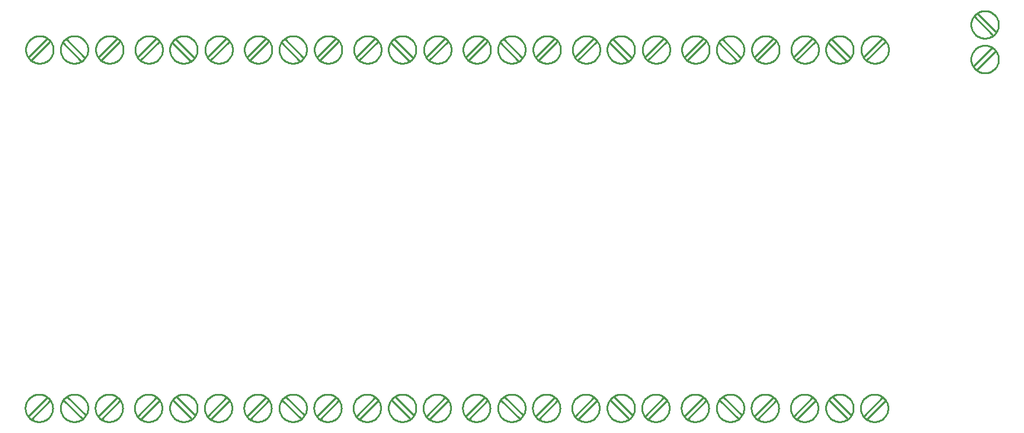
<source format=gm1>
%FSDAX24Y24*%
%MOIN*%
%SFA1B1*%

%IPPOS*%
%ADD14C,0.010000*%
%LNde-270124-1*%
%LPD*%
G54D14*
X039037Y012450D02*
D01*
X039035Y012504*
X039029Y012559*
X039019Y012613*
X039006Y012666*
X038989Y012719*
X038968Y012770*
X038944Y012819*
X038917Y012867*
X038886Y012912*
X038852Y012955*
X038816Y012996*
X038776Y013034*
X038734Y013070*
X038690Y013102*
X038643Y013131*
X038594Y013157*
X038544Y013179*
X038493Y013198*
X038440Y013213*
X038386Y013225*
X038332Y013232*
X038277Y013236*
X038222*
X038167Y013232*
X038113Y013225*
X038059Y013213*
X038006Y013198*
X037955Y013179*
X037905Y013157*
X037856Y013131*
X037809Y013102*
X037765Y013070*
X037723Y013034*
X037683Y012996*
X037647Y012955*
X037613Y012912*
X037582Y012867*
X037555Y012819*
X037531Y012770*
X037510Y012719*
X037493Y012666*
X037480Y012613*
X037470Y012559*
X037464Y012504*
X037463Y012450*
X037464Y012395*
X037470Y012340*
X037480Y012286*
X037493Y012233*
X037510Y012180*
X037531Y012129*
X037555Y012080*
X037582Y012032*
X037613Y011987*
X037647Y011944*
X037683Y011903*
X037723Y011865*
X037765Y011829*
X037809Y011797*
X037856Y011768*
X037905Y011742*
X037955Y011720*
X038006Y011701*
X038059Y011686*
X038113Y011674*
X038167Y011667*
X038222Y011663*
X038277*
X038332Y011667*
X038386Y011674*
X038440Y011686*
X038493Y011701*
X038544Y011720*
X038594Y011742*
X038643Y011768*
X038690Y011797*
X038734Y011829*
X038776Y011865*
X038816Y011903*
X038852Y011944*
X038886Y011987*
X038917Y012032*
X038944Y012080*
X038968Y012129*
X038989Y012180*
X039006Y012233*
X039019Y012286*
X039029Y012340*
X039035Y012395*
X039037Y012450*
X037022D02*
D01*
X037020Y012504*
X037014Y012559*
X037004Y012613*
X036991Y012666*
X036974Y012719*
X036953Y012770*
X036929Y012819*
X036902Y012867*
X036871Y012912*
X036837Y012955*
X036801Y012996*
X036761Y013034*
X036719Y013070*
X036675Y013102*
X036628Y013131*
X036579Y013157*
X036529Y013179*
X036478Y013198*
X036425Y013213*
X036371Y013225*
X036317Y013232*
X036262Y013236*
X036207*
X036152Y013232*
X036098Y013225*
X036044Y013213*
X035991Y013198*
X035940Y013179*
X035890Y013157*
X035841Y013131*
X035794Y013102*
X035750Y013070*
X035708Y013034*
X035668Y012996*
X035632Y012955*
X035598Y012912*
X035567Y012867*
X035540Y012819*
X035516Y012770*
X035495Y012719*
X035478Y012666*
X035465Y012613*
X035455Y012559*
X035449Y012504*
X035448Y012450*
X035449Y012395*
X035455Y012340*
X035465Y012286*
X035478Y012233*
X035495Y012180*
X035516Y012129*
X035540Y012080*
X035567Y012032*
X035598Y011987*
X035632Y011944*
X035668Y011903*
X035708Y011865*
X035750Y011829*
X035794Y011797*
X035841Y011768*
X035890Y011742*
X035940Y011720*
X035991Y011701*
X036044Y011686*
X036098Y011674*
X036152Y011667*
X036207Y011663*
X036262*
X036317Y011667*
X036371Y011674*
X036425Y011686*
X036478Y011701*
X036529Y011720*
X036579Y011742*
X036628Y011768*
X036675Y011797*
X036719Y011829*
X036761Y011865*
X036801Y011903*
X036837Y011944*
X036871Y011987*
X036902Y012032*
X036929Y012080*
X036953Y012129*
X036974Y012180*
X036991Y012233*
X037004Y012286*
X037014Y012340*
X037020Y012395*
X037022Y012450*
X041022D02*
D01*
X041020Y012504*
X041014Y012559*
X041004Y012613*
X040991Y012666*
X040974Y012719*
X040953Y012770*
X040929Y012819*
X040902Y012867*
X040871Y012912*
X040837Y012955*
X040801Y012996*
X040761Y013034*
X040719Y013070*
X040675Y013102*
X040628Y013131*
X040579Y013157*
X040529Y013179*
X040478Y013198*
X040425Y013213*
X040371Y013225*
X040317Y013232*
X040262Y013236*
X040207*
X040152Y013232*
X040098Y013225*
X040044Y013213*
X039991Y013198*
X039940Y013179*
X039890Y013157*
X039841Y013131*
X039794Y013102*
X039750Y013070*
X039708Y013034*
X039668Y012996*
X039632Y012955*
X039598Y012912*
X039567Y012867*
X039540Y012819*
X039516Y012770*
X039495Y012719*
X039478Y012666*
X039465Y012613*
X039455Y012559*
X039449Y012504*
X039448Y012450*
X039449Y012395*
X039455Y012340*
X039465Y012286*
X039478Y012233*
X039495Y012180*
X039516Y012129*
X039540Y012080*
X039567Y012032*
X039598Y011987*
X039632Y011944*
X039668Y011903*
X039708Y011865*
X039750Y011829*
X039794Y011797*
X039841Y011768*
X039890Y011742*
X039940Y011720*
X039991Y011701*
X040044Y011686*
X040098Y011674*
X040152Y011667*
X040207Y011663*
X040262*
X040317Y011667*
X040371Y011674*
X040425Y011686*
X040478Y011701*
X040529Y011720*
X040579Y011742*
X040628Y011768*
X040675Y011797*
X040719Y011829*
X040761Y011865*
X040801Y011903*
X040837Y011944*
X040871Y011987*
X040902Y012032*
X040929Y012080*
X040953Y012129*
X040974Y012180*
X040991Y012233*
X041004Y012286*
X041014Y012340*
X041020Y012395*
X041022Y012450*
X051537Y032950D02*
D01*
X051535Y033004*
X051529Y033059*
X051519Y033113*
X051506Y033166*
X051489Y033219*
X051468Y033270*
X051444Y033319*
X051417Y033367*
X051386Y033412*
X051352Y033455*
X051316Y033496*
X051276Y033534*
X051234Y033570*
X051190Y033602*
X051143Y033631*
X051094Y033657*
X051044Y033679*
X050993Y033698*
X050940Y033713*
X050886Y033725*
X050832Y033732*
X050777Y033736*
X050722*
X050667Y033732*
X050613Y033725*
X050559Y033713*
X050506Y033698*
X050455Y033679*
X050405Y033657*
X050356Y033631*
X050309Y033602*
X050265Y033570*
X050223Y033534*
X050183Y033496*
X050147Y033455*
X050113Y033412*
X050082Y033367*
X050055Y033319*
X050031Y033270*
X050010Y033219*
X049993Y033166*
X049980Y033113*
X049970Y033059*
X049964Y033004*
X049963Y032950*
X049964Y032895*
X049970Y032840*
X049980Y032786*
X049993Y032733*
X050010Y032680*
X050031Y032629*
X050055Y032580*
X050082Y032532*
X050113Y032487*
X050147Y032444*
X050183Y032403*
X050223Y032365*
X050265Y032329*
X050309Y032297*
X050356Y032268*
X050405Y032242*
X050455Y032220*
X050506Y032201*
X050559Y032186*
X050613Y032174*
X050667Y032167*
X050722Y032163*
X050777*
X050832Y032167*
X050886Y032174*
X050940Y032186*
X050993Y032201*
X051044Y032220*
X051094Y032242*
X051143Y032268*
X051190Y032297*
X051234Y032329*
X051276Y032365*
X051316Y032403*
X051352Y032444*
X051386Y032487*
X051417Y032532*
X051444Y032580*
X051468Y032629*
X051489Y032680*
X051506Y032733*
X051519Y032786*
X051529Y032840*
X051535Y032895*
X051537Y032950*
X053553D02*
D01*
X053551Y033004*
X053545Y033059*
X053535Y033113*
X053522Y033166*
X053505Y033219*
X053484Y033270*
X053460Y033319*
X053433Y033367*
X053402Y033412*
X053368Y033455*
X053332Y033496*
X053292Y033534*
X053250Y033570*
X053206Y033602*
X053159Y033631*
X053110Y033657*
X053060Y033679*
X053009Y033698*
X052956Y033713*
X052902Y033725*
X052848Y033732*
X052793Y033736*
X052738*
X052683Y033732*
X052629Y033725*
X052575Y033713*
X052522Y033698*
X052471Y033679*
X052421Y033657*
X052372Y033631*
X052325Y033602*
X052281Y033570*
X052239Y033534*
X052199Y033496*
X052163Y033455*
X052129Y033412*
X052098Y033367*
X052071Y033319*
X052047Y033270*
X052026Y033219*
X052009Y033166*
X051996Y033113*
X051986Y033059*
X051980Y033004*
X051979Y032950*
X051980Y032895*
X051986Y032840*
X051996Y032786*
X052009Y032733*
X052026Y032680*
X052047Y032629*
X052071Y032580*
X052098Y032532*
X052129Y032487*
X052163Y032444*
X052199Y032403*
X052239Y032365*
X052281Y032329*
X052325Y032297*
X052372Y032268*
X052421Y032242*
X052471Y032220*
X052522Y032201*
X052575Y032186*
X052629Y032174*
X052683Y032167*
X052738Y032163*
X052793*
X052848Y032167*
X052902Y032174*
X052956Y032186*
X053009Y032201*
X053060Y032220*
X053110Y032242*
X053159Y032268*
X053206Y032297*
X053250Y032329*
X053292Y032365*
X053332Y032403*
X053368Y032444*
X053402Y032487*
X053433Y032532*
X053460Y032580*
X053484Y032629*
X053505Y032680*
X053522Y032733*
X053535Y032786*
X053545Y032840*
X053551Y032895*
X053553Y032950*
X049553D02*
D01*
X049551Y033004*
X049545Y033059*
X049535Y033113*
X049522Y033166*
X049505Y033219*
X049484Y033270*
X049460Y033319*
X049433Y033367*
X049402Y033412*
X049368Y033455*
X049332Y033496*
X049292Y033534*
X049250Y033570*
X049206Y033602*
X049159Y033631*
X049110Y033657*
X049060Y033679*
X049009Y033698*
X048956Y033713*
X048902Y033725*
X048848Y033732*
X048793Y033736*
X048738*
X048683Y033732*
X048629Y033725*
X048575Y033713*
X048522Y033698*
X048471Y033679*
X048421Y033657*
X048372Y033631*
X048325Y033602*
X048281Y033570*
X048239Y033534*
X048199Y033496*
X048163Y033455*
X048129Y033412*
X048098Y033367*
X048071Y033319*
X048047Y033270*
X048026Y033219*
X048009Y033166*
X047996Y033113*
X047986Y033059*
X047980Y033004*
X047979Y032950*
X047980Y032895*
X047986Y032840*
X047996Y032786*
X048009Y032733*
X048026Y032680*
X048047Y032629*
X048071Y032580*
X048098Y032532*
X048129Y032487*
X048163Y032444*
X048199Y032403*
X048239Y032365*
X048281Y032329*
X048325Y032297*
X048372Y032268*
X048421Y032242*
X048471Y032220*
X048522Y032201*
X048575Y032186*
X048629Y032174*
X048683Y032167*
X048738Y032163*
X048793*
X048848Y032167*
X048902Y032174*
X048956Y032186*
X049009Y032201*
X049060Y032220*
X049110Y032242*
X049159Y032268*
X049206Y032297*
X049250Y032329*
X049292Y032365*
X049332Y032403*
X049368Y032444*
X049402Y032487*
X049433Y032532*
X049460Y032580*
X049484Y032629*
X049505Y032680*
X049522Y032733*
X049535Y032786*
X049545Y032840*
X049551Y032895*
X049553Y032950*
X014037D02*
D01*
X014035Y033004*
X014029Y033059*
X014019Y033113*
X014006Y033166*
X013989Y033219*
X013968Y033270*
X013944Y033319*
X013917Y033367*
X013886Y033412*
X013852Y033455*
X013816Y033496*
X013776Y033534*
X013734Y033570*
X013690Y033602*
X013643Y033631*
X013594Y033657*
X013544Y033679*
X013493Y033698*
X013440Y033713*
X013386Y033725*
X013332Y033732*
X013277Y033736*
X013222*
X013167Y033732*
X013113Y033725*
X013059Y033713*
X013006Y033698*
X012955Y033679*
X012905Y033657*
X012856Y033631*
X012809Y033602*
X012765Y033570*
X012723Y033534*
X012683Y033496*
X012647Y033455*
X012613Y033412*
X012582Y033367*
X012555Y033319*
X012531Y033270*
X012510Y033219*
X012493Y033166*
X012480Y033113*
X012470Y033059*
X012464Y033004*
X012463Y032950*
X012464Y032895*
X012470Y032840*
X012480Y032786*
X012493Y032733*
X012510Y032680*
X012531Y032629*
X012555Y032580*
X012582Y032532*
X012613Y032487*
X012647Y032444*
X012683Y032403*
X012723Y032365*
X012765Y032329*
X012809Y032297*
X012856Y032268*
X012905Y032242*
X012955Y032220*
X013006Y032201*
X013059Y032186*
X013113Y032174*
X013167Y032167*
X013222Y032163*
X013277*
X013332Y032167*
X013386Y032174*
X013440Y032186*
X013493Y032201*
X013544Y032220*
X013594Y032242*
X013643Y032268*
X013690Y032297*
X013734Y032329*
X013776Y032365*
X013816Y032403*
X013852Y032444*
X013886Y032487*
X013917Y032532*
X013944Y032580*
X013968Y032629*
X013989Y032680*
X014006Y032733*
X014019Y032786*
X014029Y032840*
X014035Y032895*
X014037Y032950*
X016053D02*
D01*
X016051Y033004*
X016045Y033059*
X016035Y033113*
X016022Y033166*
X016005Y033219*
X015984Y033270*
X015960Y033319*
X015933Y033367*
X015902Y033412*
X015868Y033455*
X015832Y033496*
X015792Y033534*
X015750Y033570*
X015706Y033602*
X015659Y033631*
X015610Y033657*
X015560Y033679*
X015509Y033698*
X015456Y033713*
X015402Y033725*
X015348Y033732*
X015293Y033736*
X015238*
X015183Y033732*
X015129Y033725*
X015075Y033713*
X015022Y033698*
X014971Y033679*
X014921Y033657*
X014872Y033631*
X014825Y033602*
X014781Y033570*
X014739Y033534*
X014699Y033496*
X014663Y033455*
X014629Y033412*
X014598Y033367*
X014571Y033319*
X014547Y033270*
X014526Y033219*
X014509Y033166*
X014496Y033113*
X014486Y033059*
X014480Y033004*
X014479Y032950*
X014480Y032895*
X014486Y032840*
X014496Y032786*
X014509Y032733*
X014526Y032680*
X014547Y032629*
X014571Y032580*
X014598Y032532*
X014629Y032487*
X014663Y032444*
X014699Y032403*
X014739Y032365*
X014781Y032329*
X014825Y032297*
X014872Y032268*
X014921Y032242*
X014971Y032220*
X015022Y032201*
X015075Y032186*
X015129Y032174*
X015183Y032167*
X015238Y032163*
X015293*
X015348Y032167*
X015402Y032174*
X015456Y032186*
X015509Y032201*
X015560Y032220*
X015610Y032242*
X015659Y032268*
X015706Y032297*
X015750Y032329*
X015792Y032365*
X015832Y032403*
X015868Y032444*
X015902Y032487*
X015933Y032532*
X015960Y032580*
X015984Y032629*
X016005Y032680*
X016022Y032733*
X016035Y032786*
X016045Y032840*
X016051Y032895*
X016053Y032950*
X012053D02*
D01*
X012051Y033004*
X012045Y033059*
X012035Y033113*
X012022Y033166*
X012005Y033219*
X011984Y033270*
X011960Y033319*
X011933Y033367*
X011902Y033412*
X011868Y033455*
X011832Y033496*
X011792Y033534*
X011750Y033570*
X011706Y033602*
X011659Y033631*
X011610Y033657*
X011560Y033679*
X011509Y033698*
X011456Y033713*
X011402Y033725*
X011348Y033732*
X011293Y033736*
X011238*
X011183Y033732*
X011129Y033725*
X011075Y033713*
X011022Y033698*
X010971Y033679*
X010921Y033657*
X010872Y033631*
X010825Y033602*
X010781Y033570*
X010739Y033534*
X010699Y033496*
X010663Y033455*
X010629Y033412*
X010598Y033367*
X010571Y033319*
X010547Y033270*
X010526Y033219*
X010509Y033166*
X010496Y033113*
X010486Y033059*
X010480Y033004*
X010479Y032950*
X010480Y032895*
X010486Y032840*
X010496Y032786*
X010509Y032733*
X010526Y032680*
X010547Y032629*
X010571Y032580*
X010598Y032532*
X010629Y032487*
X010663Y032444*
X010699Y032403*
X010739Y032365*
X010781Y032329*
X010825Y032297*
X010872Y032268*
X010921Y032242*
X010971Y032220*
X011022Y032201*
X011075Y032186*
X011129Y032174*
X011183Y032167*
X011238Y032163*
X011293*
X011348Y032167*
X011402Y032174*
X011456Y032186*
X011509Y032201*
X011560Y032220*
X011610Y032242*
X011659Y032268*
X011706Y032297*
X011750Y032329*
X011792Y032365*
X011832Y032403*
X011868Y032444*
X011902Y032487*
X011933Y032532*
X011960Y032580*
X011984Y032629*
X012005Y032680*
X012022Y032733*
X012035Y032786*
X012045Y032840*
X012051Y032895*
X012053Y032950*
X032787Y012450D02*
D01*
X032785Y012504*
X032779Y012559*
X032769Y012613*
X032756Y012666*
X032739Y012719*
X032718Y012770*
X032694Y012819*
X032667Y012867*
X032636Y012912*
X032602Y012955*
X032566Y012996*
X032526Y013034*
X032484Y013070*
X032440Y013102*
X032393Y013131*
X032344Y013157*
X032294Y013179*
X032243Y013198*
X032190Y013213*
X032136Y013225*
X032082Y013232*
X032027Y013236*
X031972*
X031917Y013232*
X031863Y013225*
X031809Y013213*
X031756Y013198*
X031705Y013179*
X031655Y013157*
X031606Y013131*
X031559Y013102*
X031515Y013070*
X031473Y013034*
X031433Y012996*
X031397Y012955*
X031363Y012912*
X031332Y012867*
X031305Y012819*
X031281Y012770*
X031260Y012719*
X031243Y012666*
X031230Y012613*
X031220Y012559*
X031214Y012504*
X031213Y012450*
X031214Y012395*
X031220Y012340*
X031230Y012286*
X031243Y012233*
X031260Y012180*
X031281Y012129*
X031305Y012080*
X031332Y012032*
X031363Y011987*
X031397Y011944*
X031433Y011903*
X031473Y011865*
X031515Y011829*
X031559Y011797*
X031606Y011768*
X031655Y011742*
X031705Y011720*
X031756Y011701*
X031809Y011686*
X031863Y011674*
X031917Y011667*
X031972Y011663*
X032027*
X032082Y011667*
X032136Y011674*
X032190Y011686*
X032243Y011701*
X032294Y011720*
X032344Y011742*
X032393Y011768*
X032440Y011797*
X032484Y011829*
X032526Y011865*
X032566Y011903*
X032602Y011944*
X032636Y011987*
X032667Y012032*
X032694Y012080*
X032718Y012129*
X032739Y012180*
X032756Y012233*
X032769Y012286*
X032779Y012340*
X032785Y012395*
X032787Y012450*
X030772D02*
D01*
X030770Y012504*
X030764Y012559*
X030754Y012613*
X030741Y012666*
X030724Y012719*
X030703Y012770*
X030679Y012819*
X030652Y012867*
X030621Y012912*
X030587Y012955*
X030551Y012996*
X030511Y013034*
X030469Y013070*
X030425Y013102*
X030378Y013131*
X030329Y013157*
X030279Y013179*
X030228Y013198*
X030175Y013213*
X030121Y013225*
X030067Y013232*
X030012Y013236*
X029957*
X029902Y013232*
X029848Y013225*
X029794Y013213*
X029741Y013198*
X029690Y013179*
X029640Y013157*
X029591Y013131*
X029544Y013102*
X029500Y013070*
X029458Y013034*
X029418Y012996*
X029382Y012955*
X029348Y012912*
X029317Y012867*
X029290Y012819*
X029266Y012770*
X029245Y012719*
X029228Y012666*
X029215Y012613*
X029205Y012559*
X029199Y012504*
X029198Y012450*
X029199Y012395*
X029205Y012340*
X029215Y012286*
X029228Y012233*
X029245Y012180*
X029266Y012129*
X029290Y012080*
X029317Y012032*
X029348Y011987*
X029382Y011944*
X029418Y011903*
X029458Y011865*
X029500Y011829*
X029544Y011797*
X029591Y011768*
X029640Y011742*
X029690Y011720*
X029741Y011701*
X029794Y011686*
X029848Y011674*
X029902Y011667*
X029957Y011663*
X030012*
X030067Y011667*
X030121Y011674*
X030175Y011686*
X030228Y011701*
X030279Y011720*
X030329Y011742*
X030378Y011768*
X030425Y011797*
X030469Y011829*
X030511Y011865*
X030551Y011903*
X030587Y011944*
X030621Y011987*
X030652Y012032*
X030679Y012080*
X030703Y012129*
X030724Y012180*
X030741Y012233*
X030754Y012286*
X030764Y012340*
X030770Y012395*
X030772Y012450*
X034772D02*
D01*
X034770Y012504*
X034764Y012559*
X034754Y012613*
X034741Y012666*
X034724Y012719*
X034703Y012770*
X034679Y012819*
X034652Y012867*
X034621Y012912*
X034587Y012955*
X034551Y012996*
X034511Y013034*
X034469Y013070*
X034425Y013102*
X034378Y013131*
X034329Y013157*
X034279Y013179*
X034228Y013198*
X034175Y013213*
X034121Y013225*
X034067Y013232*
X034012Y013236*
X033957*
X033902Y013232*
X033848Y013225*
X033794Y013213*
X033741Y013198*
X033690Y013179*
X033640Y013157*
X033591Y013131*
X033544Y013102*
X033500Y013070*
X033458Y013034*
X033418Y012996*
X033382Y012955*
X033348Y012912*
X033317Y012867*
X033290Y012819*
X033266Y012770*
X033245Y012719*
X033228Y012666*
X033215Y012613*
X033205Y012559*
X033199Y012504*
X033198Y012450*
X033199Y012395*
X033205Y012340*
X033215Y012286*
X033228Y012233*
X033245Y012180*
X033266Y012129*
X033290Y012080*
X033317Y012032*
X033348Y011987*
X033382Y011944*
X033418Y011903*
X033458Y011865*
X033500Y011829*
X033544Y011797*
X033591Y011768*
X033640Y011742*
X033690Y011720*
X033741Y011701*
X033794Y011686*
X033848Y011674*
X033902Y011667*
X033957Y011663*
X034012*
X034067Y011667*
X034121Y011674*
X034175Y011686*
X034228Y011701*
X034279Y011720*
X034329Y011742*
X034378Y011768*
X034425Y011797*
X034469Y011829*
X034511Y011865*
X034551Y011903*
X034587Y011944*
X034621Y011987*
X034652Y012032*
X034679Y012080*
X034703Y012129*
X034724Y012180*
X034741Y012233*
X034754Y012286*
X034764Y012340*
X034770Y012395*
X034772Y012450*
X057787Y032950D02*
D01*
X057785Y033004*
X057779Y033059*
X057769Y033113*
X057756Y033166*
X057739Y033219*
X057718Y033270*
X057694Y033319*
X057667Y033367*
X057636Y033412*
X057602Y033455*
X057566Y033496*
X057526Y033534*
X057484Y033570*
X057440Y033602*
X057393Y033631*
X057344Y033657*
X057294Y033679*
X057243Y033698*
X057190Y033713*
X057136Y033725*
X057082Y033732*
X057027Y033736*
X056972*
X056917Y033732*
X056863Y033725*
X056809Y033713*
X056756Y033698*
X056705Y033679*
X056655Y033657*
X056606Y033631*
X056559Y033602*
X056515Y033570*
X056473Y033534*
X056433Y033496*
X056397Y033455*
X056363Y033412*
X056332Y033367*
X056305Y033319*
X056281Y033270*
X056260Y033219*
X056243Y033166*
X056230Y033113*
X056220Y033059*
X056214Y033004*
X056213Y032950*
X056214Y032895*
X056220Y032840*
X056230Y032786*
X056243Y032733*
X056260Y032680*
X056281Y032629*
X056305Y032580*
X056332Y032532*
X056363Y032487*
X056397Y032444*
X056433Y032403*
X056473Y032365*
X056515Y032329*
X056559Y032297*
X056606Y032268*
X056655Y032242*
X056705Y032220*
X056756Y032201*
X056809Y032186*
X056863Y032174*
X056917Y032167*
X056972Y032163*
X057027*
X057082Y032167*
X057136Y032174*
X057190Y032186*
X057243Y032201*
X057294Y032220*
X057344Y032242*
X057393Y032268*
X057440Y032297*
X057484Y032329*
X057526Y032365*
X057566Y032403*
X057602Y032444*
X057636Y032487*
X057667Y032532*
X057694Y032580*
X057718Y032629*
X057739Y032680*
X057756Y032733*
X057769Y032786*
X057779Y032840*
X057785Y032895*
X057787Y032950*
X059803D02*
D01*
X059801Y033004*
X059795Y033059*
X059785Y033113*
X059772Y033166*
X059755Y033219*
X059734Y033270*
X059710Y033319*
X059683Y033367*
X059652Y033412*
X059618Y033455*
X059582Y033496*
X059542Y033534*
X059500Y033570*
X059456Y033602*
X059409Y033631*
X059360Y033657*
X059310Y033679*
X059259Y033698*
X059206Y033713*
X059152Y033725*
X059098Y033732*
X059043Y033736*
X058988*
X058933Y033732*
X058879Y033725*
X058825Y033713*
X058772Y033698*
X058721Y033679*
X058671Y033657*
X058622Y033631*
X058575Y033602*
X058531Y033570*
X058489Y033534*
X058449Y033496*
X058413Y033455*
X058379Y033412*
X058348Y033367*
X058321Y033319*
X058297Y033270*
X058276Y033219*
X058259Y033166*
X058246Y033113*
X058236Y033059*
X058230Y033004*
X058229Y032950*
X058230Y032895*
X058236Y032840*
X058246Y032786*
X058259Y032733*
X058276Y032680*
X058297Y032629*
X058321Y032580*
X058348Y032532*
X058379Y032487*
X058413Y032444*
X058449Y032403*
X058489Y032365*
X058531Y032329*
X058575Y032297*
X058622Y032268*
X058671Y032242*
X058721Y032220*
X058772Y032201*
X058825Y032186*
X058879Y032174*
X058933Y032167*
X058988Y032163*
X059043*
X059098Y032167*
X059152Y032174*
X059206Y032186*
X059259Y032201*
X059310Y032220*
X059360Y032242*
X059409Y032268*
X059456Y032297*
X059500Y032329*
X059542Y032365*
X059582Y032403*
X059618Y032444*
X059652Y032487*
X059683Y032532*
X059710Y032580*
X059734Y032629*
X059755Y032680*
X059772Y032733*
X059785Y032786*
X059795Y032840*
X059801Y032895*
X059803Y032950*
X055803D02*
D01*
X055801Y033004*
X055795Y033059*
X055785Y033113*
X055772Y033166*
X055755Y033219*
X055734Y033270*
X055710Y033319*
X055683Y033367*
X055652Y033412*
X055618Y033455*
X055582Y033496*
X055542Y033534*
X055500Y033570*
X055456Y033602*
X055409Y033631*
X055360Y033657*
X055310Y033679*
X055259Y033698*
X055206Y033713*
X055152Y033725*
X055098Y033732*
X055043Y033736*
X054988*
X054933Y033732*
X054879Y033725*
X054825Y033713*
X054772Y033698*
X054721Y033679*
X054671Y033657*
X054622Y033631*
X054575Y033602*
X054531Y033570*
X054489Y033534*
X054449Y033496*
X054413Y033455*
X054379Y033412*
X054348Y033367*
X054321Y033319*
X054297Y033270*
X054276Y033219*
X054259Y033166*
X054246Y033113*
X054236Y033059*
X054230Y033004*
X054229Y032950*
X054230Y032895*
X054236Y032840*
X054246Y032786*
X054259Y032733*
X054276Y032680*
X054297Y032629*
X054321Y032580*
X054348Y032532*
X054379Y032487*
X054413Y032444*
X054449Y032403*
X054489Y032365*
X054531Y032329*
X054575Y032297*
X054622Y032268*
X054671Y032242*
X054721Y032220*
X054772Y032201*
X054825Y032186*
X054879Y032174*
X054933Y032167*
X054988Y032163*
X055043*
X055098Y032167*
X055152Y032174*
X055206Y032186*
X055259Y032201*
X055310Y032220*
X055360Y032242*
X055409Y032268*
X055456Y032297*
X055500Y032329*
X055542Y032365*
X055582Y032403*
X055618Y032444*
X055652Y032487*
X055683Y032532*
X055710Y032580*
X055734Y032629*
X055755Y032680*
X055772Y032733*
X055785Y032786*
X055795Y032840*
X055801Y032895*
X055803Y032950*
X020287D02*
D01*
X020285Y033004*
X020279Y033059*
X020269Y033113*
X020256Y033166*
X020239Y033219*
X020218Y033270*
X020194Y033319*
X020167Y033367*
X020136Y033412*
X020102Y033455*
X020066Y033496*
X020026Y033534*
X019984Y033570*
X019940Y033602*
X019893Y033631*
X019844Y033657*
X019794Y033679*
X019743Y033698*
X019690Y033713*
X019636Y033725*
X019582Y033732*
X019527Y033736*
X019472*
X019417Y033732*
X019363Y033725*
X019309Y033713*
X019256Y033698*
X019205Y033679*
X019155Y033657*
X019106Y033631*
X019059Y033602*
X019015Y033570*
X018973Y033534*
X018933Y033496*
X018897Y033455*
X018863Y033412*
X018832Y033367*
X018805Y033319*
X018781Y033270*
X018760Y033219*
X018743Y033166*
X018730Y033113*
X018720Y033059*
X018714Y033004*
X018713Y032950*
X018714Y032895*
X018720Y032840*
X018730Y032786*
X018743Y032733*
X018760Y032680*
X018781Y032629*
X018805Y032580*
X018832Y032532*
X018863Y032487*
X018897Y032444*
X018933Y032403*
X018973Y032365*
X019015Y032329*
X019059Y032297*
X019106Y032268*
X019155Y032242*
X019205Y032220*
X019256Y032201*
X019309Y032186*
X019363Y032174*
X019417Y032167*
X019472Y032163*
X019527*
X019582Y032167*
X019636Y032174*
X019690Y032186*
X019743Y032201*
X019794Y032220*
X019844Y032242*
X019893Y032268*
X019940Y032297*
X019984Y032329*
X020026Y032365*
X020066Y032403*
X020102Y032444*
X020136Y032487*
X020167Y032532*
X020194Y032580*
X020218Y032629*
X020239Y032680*
X020256Y032733*
X020269Y032786*
X020279Y032840*
X020285Y032895*
X020287Y032950*
X022303D02*
D01*
X022301Y033004*
X022295Y033059*
X022285Y033113*
X022272Y033166*
X022255Y033219*
X022234Y033270*
X022210Y033319*
X022183Y033367*
X022152Y033412*
X022118Y033455*
X022082Y033496*
X022042Y033534*
X022000Y033570*
X021956Y033602*
X021909Y033631*
X021860Y033657*
X021810Y033679*
X021759Y033698*
X021706Y033713*
X021652Y033725*
X021598Y033732*
X021543Y033736*
X021488*
X021433Y033732*
X021379Y033725*
X021325Y033713*
X021272Y033698*
X021221Y033679*
X021171Y033657*
X021122Y033631*
X021075Y033602*
X021031Y033570*
X020989Y033534*
X020949Y033496*
X020913Y033455*
X020879Y033412*
X020848Y033367*
X020821Y033319*
X020797Y033270*
X020776Y033219*
X020759Y033166*
X020746Y033113*
X020736Y033059*
X020730Y033004*
X020729Y032950*
X020730Y032895*
X020736Y032840*
X020746Y032786*
X020759Y032733*
X020776Y032680*
X020797Y032629*
X020821Y032580*
X020848Y032532*
X020879Y032487*
X020913Y032444*
X020949Y032403*
X020989Y032365*
X021031Y032329*
X021075Y032297*
X021122Y032268*
X021171Y032242*
X021221Y032220*
X021272Y032201*
X021325Y032186*
X021379Y032174*
X021433Y032167*
X021488Y032163*
X021543*
X021598Y032167*
X021652Y032174*
X021706Y032186*
X021759Y032201*
X021810Y032220*
X021860Y032242*
X021909Y032268*
X021956Y032297*
X022000Y032329*
X022042Y032365*
X022082Y032403*
X022118Y032444*
X022152Y032487*
X022183Y032532*
X022210Y032580*
X022234Y032629*
X022255Y032680*
X022272Y032733*
X022285Y032786*
X022295Y032840*
X022301Y032895*
X022303Y032950*
X018303D02*
D01*
X018301Y033004*
X018295Y033059*
X018285Y033113*
X018272Y033166*
X018255Y033219*
X018234Y033270*
X018210Y033319*
X018183Y033367*
X018152Y033412*
X018118Y033455*
X018082Y033496*
X018042Y033534*
X018000Y033570*
X017956Y033602*
X017909Y033631*
X017860Y033657*
X017810Y033679*
X017759Y033698*
X017706Y033713*
X017652Y033725*
X017598Y033732*
X017543Y033736*
X017488*
X017433Y033732*
X017379Y033725*
X017325Y033713*
X017272Y033698*
X017221Y033679*
X017171Y033657*
X017122Y033631*
X017075Y033602*
X017031Y033570*
X016989Y033534*
X016949Y033496*
X016913Y033455*
X016879Y033412*
X016848Y033367*
X016821Y033319*
X016797Y033270*
X016776Y033219*
X016759Y033166*
X016746Y033113*
X016736Y033059*
X016730Y033004*
X016729Y032950*
X016730Y032895*
X016736Y032840*
X016746Y032786*
X016759Y032733*
X016776Y032680*
X016797Y032629*
X016821Y032580*
X016848Y032532*
X016879Y032487*
X016913Y032444*
X016949Y032403*
X016989Y032365*
X017031Y032329*
X017075Y032297*
X017122Y032268*
X017171Y032242*
X017221Y032220*
X017272Y032201*
X017325Y032186*
X017379Y032174*
X017433Y032167*
X017488Y032163*
X017543*
X017598Y032167*
X017652Y032174*
X017706Y032186*
X017759Y032201*
X017810Y032220*
X017860Y032242*
X017909Y032268*
X017956Y032297*
X018000Y032329*
X018042Y032365*
X018082Y032403*
X018118Y032444*
X018152Y032487*
X018183Y032532*
X018210Y032580*
X018234Y032629*
X018255Y032680*
X018272Y032733*
X018285Y032786*
X018295Y032840*
X018301Y032895*
X018303Y032950*
X026537Y012450D02*
D01*
X026535Y012504*
X026529Y012559*
X026519Y012613*
X026506Y012666*
X026489Y012719*
X026468Y012770*
X026444Y012819*
X026417Y012867*
X026386Y012912*
X026352Y012955*
X026316Y012996*
X026276Y013034*
X026234Y013070*
X026190Y013102*
X026143Y013131*
X026094Y013157*
X026044Y013179*
X025993Y013198*
X025940Y013213*
X025886Y013225*
X025832Y013232*
X025777Y013236*
X025722*
X025667Y013232*
X025613Y013225*
X025559Y013213*
X025506Y013198*
X025455Y013179*
X025405Y013157*
X025356Y013131*
X025309Y013102*
X025265Y013070*
X025223Y013034*
X025183Y012996*
X025147Y012955*
X025113Y012912*
X025082Y012867*
X025055Y012819*
X025031Y012770*
X025010Y012719*
X024993Y012666*
X024980Y012613*
X024970Y012559*
X024964Y012504*
X024963Y012450*
X024964Y012395*
X024970Y012340*
X024980Y012286*
X024993Y012233*
X025010Y012180*
X025031Y012129*
X025055Y012080*
X025082Y012032*
X025113Y011987*
X025147Y011944*
X025183Y011903*
X025223Y011865*
X025265Y011829*
X025309Y011797*
X025356Y011768*
X025405Y011742*
X025455Y011720*
X025506Y011701*
X025559Y011686*
X025613Y011674*
X025667Y011667*
X025722Y011663*
X025777*
X025832Y011667*
X025886Y011674*
X025940Y011686*
X025993Y011701*
X026044Y011720*
X026094Y011742*
X026143Y011768*
X026190Y011797*
X026234Y011829*
X026276Y011865*
X026316Y011903*
X026352Y011944*
X026386Y011987*
X026417Y012032*
X026444Y012080*
X026468Y012129*
X026489Y012180*
X026506Y012233*
X026519Y012286*
X026529Y012340*
X026535Y012395*
X026537Y012450*
X024522D02*
D01*
X024520Y012504*
X024514Y012559*
X024504Y012613*
X024491Y012666*
X024474Y012719*
X024453Y012770*
X024429Y012819*
X024402Y012867*
X024371Y012912*
X024337Y012955*
X024301Y012996*
X024261Y013034*
X024219Y013070*
X024175Y013102*
X024128Y013131*
X024079Y013157*
X024029Y013179*
X023978Y013198*
X023925Y013213*
X023871Y013225*
X023817Y013232*
X023762Y013236*
X023707*
X023652Y013232*
X023598Y013225*
X023544Y013213*
X023491Y013198*
X023440Y013179*
X023390Y013157*
X023341Y013131*
X023294Y013102*
X023250Y013070*
X023208Y013034*
X023168Y012996*
X023132Y012955*
X023098Y012912*
X023067Y012867*
X023040Y012819*
X023016Y012770*
X022995Y012719*
X022978Y012666*
X022965Y012613*
X022955Y012559*
X022949Y012504*
X022948Y012450*
X022949Y012395*
X022955Y012340*
X022965Y012286*
X022978Y012233*
X022995Y012180*
X023016Y012129*
X023040Y012080*
X023067Y012032*
X023098Y011987*
X023132Y011944*
X023168Y011903*
X023208Y011865*
X023250Y011829*
X023294Y011797*
X023341Y011768*
X023390Y011742*
X023440Y011720*
X023491Y011701*
X023544Y011686*
X023598Y011674*
X023652Y011667*
X023707Y011663*
X023762*
X023817Y011667*
X023871Y011674*
X023925Y011686*
X023978Y011701*
X024029Y011720*
X024079Y011742*
X024128Y011768*
X024175Y011797*
X024219Y011829*
X024261Y011865*
X024301Y011903*
X024337Y011944*
X024371Y011987*
X024402Y012032*
X024429Y012080*
X024453Y012129*
X024474Y012180*
X024491Y012233*
X024504Y012286*
X024514Y012340*
X024520Y012395*
X024522Y012450*
X028522D02*
D01*
X028520Y012504*
X028514Y012559*
X028504Y012613*
X028491Y012666*
X028474Y012719*
X028453Y012770*
X028429Y012819*
X028402Y012867*
X028371Y012912*
X028337Y012955*
X028301Y012996*
X028261Y013034*
X028219Y013070*
X028175Y013102*
X028128Y013131*
X028079Y013157*
X028029Y013179*
X027978Y013198*
X027925Y013213*
X027871Y013225*
X027817Y013232*
X027762Y013236*
X027707*
X027652Y013232*
X027598Y013225*
X027544Y013213*
X027491Y013198*
X027440Y013179*
X027390Y013157*
X027341Y013131*
X027294Y013102*
X027250Y013070*
X027208Y013034*
X027168Y012996*
X027132Y012955*
X027098Y012912*
X027067Y012867*
X027040Y012819*
X027016Y012770*
X026995Y012719*
X026978Y012666*
X026965Y012613*
X026955Y012559*
X026949Y012504*
X026948Y012450*
X026949Y012395*
X026955Y012340*
X026965Y012286*
X026978Y012233*
X026995Y012180*
X027016Y012129*
X027040Y012080*
X027067Y012032*
X027098Y011987*
X027132Y011944*
X027168Y011903*
X027208Y011865*
X027250Y011829*
X027294Y011797*
X027341Y011768*
X027390Y011742*
X027440Y011720*
X027491Y011701*
X027544Y011686*
X027598Y011674*
X027652Y011667*
X027707Y011663*
X027762*
X027817Y011667*
X027871Y011674*
X027925Y011686*
X027978Y011701*
X028029Y011720*
X028079Y011742*
X028128Y011768*
X028175Y011797*
X028219Y011829*
X028261Y011865*
X028301Y011903*
X028337Y011944*
X028371Y011987*
X028402Y012032*
X028429Y012080*
X028453Y012129*
X028474Y012180*
X028491Y012233*
X028504Y012286*
X028514Y012340*
X028520Y012395*
X028522Y012450*
X057787D02*
D01*
X057785Y012504*
X057779Y012559*
X057769Y012613*
X057756Y012666*
X057739Y012719*
X057718Y012770*
X057694Y012819*
X057667Y012867*
X057636Y012912*
X057602Y012955*
X057566Y012996*
X057526Y013034*
X057484Y013070*
X057440Y013102*
X057393Y013131*
X057344Y013157*
X057294Y013179*
X057243Y013198*
X057190Y013213*
X057136Y013225*
X057082Y013232*
X057027Y013236*
X056972*
X056917Y013232*
X056863Y013225*
X056809Y013213*
X056756Y013198*
X056705Y013179*
X056655Y013157*
X056606Y013131*
X056559Y013102*
X056515Y013070*
X056473Y013034*
X056433Y012996*
X056397Y012955*
X056363Y012912*
X056332Y012867*
X056305Y012819*
X056281Y012770*
X056260Y012719*
X056243Y012666*
X056230Y012613*
X056220Y012559*
X056214Y012504*
X056213Y012450*
X056214Y012395*
X056220Y012340*
X056230Y012286*
X056243Y012233*
X056260Y012180*
X056281Y012129*
X056305Y012080*
X056332Y012032*
X056363Y011987*
X056397Y011944*
X056433Y011903*
X056473Y011865*
X056515Y011829*
X056559Y011797*
X056606Y011768*
X056655Y011742*
X056705Y011720*
X056756Y011701*
X056809Y011686*
X056863Y011674*
X056917Y011667*
X056972Y011663*
X057027*
X057082Y011667*
X057136Y011674*
X057190Y011686*
X057243Y011701*
X057294Y011720*
X057344Y011742*
X057393Y011768*
X057440Y011797*
X057484Y011829*
X057526Y011865*
X057566Y011903*
X057602Y011944*
X057636Y011987*
X057667Y012032*
X057694Y012080*
X057718Y012129*
X057739Y012180*
X057756Y012233*
X057769Y012286*
X057779Y012340*
X057785Y012395*
X057787Y012450*
X055772D02*
D01*
X055770Y012504*
X055764Y012559*
X055754Y012613*
X055741Y012666*
X055724Y012719*
X055703Y012770*
X055679Y012819*
X055652Y012867*
X055621Y012912*
X055587Y012955*
X055551Y012996*
X055511Y013034*
X055469Y013070*
X055425Y013102*
X055378Y013131*
X055329Y013157*
X055279Y013179*
X055228Y013198*
X055175Y013213*
X055121Y013225*
X055067Y013232*
X055012Y013236*
X054957*
X054902Y013232*
X054848Y013225*
X054794Y013213*
X054741Y013198*
X054690Y013179*
X054640Y013157*
X054591Y013131*
X054544Y013102*
X054500Y013070*
X054458Y013034*
X054418Y012996*
X054382Y012955*
X054348Y012912*
X054317Y012867*
X054290Y012819*
X054266Y012770*
X054245Y012719*
X054228Y012666*
X054215Y012613*
X054205Y012559*
X054199Y012504*
X054198Y012450*
X054199Y012395*
X054205Y012340*
X054215Y012286*
X054228Y012233*
X054245Y012180*
X054266Y012129*
X054290Y012080*
X054317Y012032*
X054348Y011987*
X054382Y011944*
X054418Y011903*
X054458Y011865*
X054500Y011829*
X054544Y011797*
X054591Y011768*
X054640Y011742*
X054690Y011720*
X054741Y011701*
X054794Y011686*
X054848Y011674*
X054902Y011667*
X054957Y011663*
X055012*
X055067Y011667*
X055121Y011674*
X055175Y011686*
X055228Y011701*
X055279Y011720*
X055329Y011742*
X055378Y011768*
X055425Y011797*
X055469Y011829*
X055511Y011865*
X055551Y011903*
X055587Y011944*
X055621Y011987*
X055652Y012032*
X055679Y012080*
X055703Y012129*
X055724Y012180*
X055741Y012233*
X055754Y012286*
X055764Y012340*
X055770Y012395*
X055772Y012450*
X059772D02*
D01*
X059770Y012504*
X059764Y012559*
X059754Y012613*
X059741Y012666*
X059724Y012719*
X059703Y012770*
X059679Y012819*
X059652Y012867*
X059621Y012912*
X059587Y012955*
X059551Y012996*
X059511Y013034*
X059469Y013070*
X059425Y013102*
X059378Y013131*
X059329Y013157*
X059279Y013179*
X059228Y013198*
X059175Y013213*
X059121Y013225*
X059067Y013232*
X059012Y013236*
X058957*
X058902Y013232*
X058848Y013225*
X058794Y013213*
X058741Y013198*
X058690Y013179*
X058640Y013157*
X058591Y013131*
X058544Y013102*
X058500Y013070*
X058458Y013034*
X058418Y012996*
X058382Y012955*
X058348Y012912*
X058317Y012867*
X058290Y012819*
X058266Y012770*
X058245Y012719*
X058228Y012666*
X058215Y012613*
X058205Y012559*
X058199Y012504*
X058198Y012450*
X058199Y012395*
X058205Y012340*
X058215Y012286*
X058228Y012233*
X058245Y012180*
X058266Y012129*
X058290Y012080*
X058317Y012032*
X058348Y011987*
X058382Y011944*
X058418Y011903*
X058458Y011865*
X058500Y011829*
X058544Y011797*
X058591Y011768*
X058640Y011742*
X058690Y011720*
X058741Y011701*
X058794Y011686*
X058848Y011674*
X058902Y011667*
X058957Y011663*
X059012*
X059067Y011667*
X059121Y011674*
X059175Y011686*
X059228Y011701*
X059279Y011720*
X059329Y011742*
X059378Y011768*
X059425Y011797*
X059469Y011829*
X059511Y011865*
X059551Y011903*
X059587Y011944*
X059621Y011987*
X059652Y012032*
X059679Y012080*
X059703Y012129*
X059724Y012180*
X059741Y012233*
X059754Y012286*
X059764Y012340*
X059770Y012395*
X059772Y012450*
X026537Y032950D02*
D01*
X026535Y033004*
X026529Y033059*
X026519Y033113*
X026506Y033166*
X026489Y033219*
X026468Y033270*
X026444Y033319*
X026417Y033367*
X026386Y033412*
X026352Y033455*
X026316Y033496*
X026276Y033534*
X026234Y033570*
X026190Y033602*
X026143Y033631*
X026094Y033657*
X026044Y033679*
X025993Y033698*
X025940Y033713*
X025886Y033725*
X025832Y033732*
X025777Y033736*
X025722*
X025667Y033732*
X025613Y033725*
X025559Y033713*
X025506Y033698*
X025455Y033679*
X025405Y033657*
X025356Y033631*
X025309Y033602*
X025265Y033570*
X025223Y033534*
X025183Y033496*
X025147Y033455*
X025113Y033412*
X025082Y033367*
X025055Y033319*
X025031Y033270*
X025010Y033219*
X024993Y033166*
X024980Y033113*
X024970Y033059*
X024964Y033004*
X024963Y032950*
X024964Y032895*
X024970Y032840*
X024980Y032786*
X024993Y032733*
X025010Y032680*
X025031Y032629*
X025055Y032580*
X025082Y032532*
X025113Y032487*
X025147Y032444*
X025183Y032403*
X025223Y032365*
X025265Y032329*
X025309Y032297*
X025356Y032268*
X025405Y032242*
X025455Y032220*
X025506Y032201*
X025559Y032186*
X025613Y032174*
X025667Y032167*
X025722Y032163*
X025777*
X025832Y032167*
X025886Y032174*
X025940Y032186*
X025993Y032201*
X026044Y032220*
X026094Y032242*
X026143Y032268*
X026190Y032297*
X026234Y032329*
X026276Y032365*
X026316Y032403*
X026352Y032444*
X026386Y032487*
X026417Y032532*
X026444Y032580*
X026468Y032629*
X026489Y032680*
X026506Y032733*
X026519Y032786*
X026529Y032840*
X026535Y032895*
X026537Y032950*
X028553D02*
D01*
X028551Y033004*
X028545Y033059*
X028535Y033113*
X028522Y033166*
X028505Y033219*
X028484Y033270*
X028460Y033319*
X028433Y033367*
X028402Y033412*
X028368Y033455*
X028332Y033496*
X028292Y033534*
X028250Y033570*
X028206Y033602*
X028159Y033631*
X028110Y033657*
X028060Y033679*
X028009Y033698*
X027956Y033713*
X027902Y033725*
X027848Y033732*
X027793Y033736*
X027738*
X027683Y033732*
X027629Y033725*
X027575Y033713*
X027522Y033698*
X027471Y033679*
X027421Y033657*
X027372Y033631*
X027325Y033602*
X027281Y033570*
X027239Y033534*
X027199Y033496*
X027163Y033455*
X027129Y033412*
X027098Y033367*
X027071Y033319*
X027047Y033270*
X027026Y033219*
X027009Y033166*
X026996Y033113*
X026986Y033059*
X026980Y033004*
X026979Y032950*
X026980Y032895*
X026986Y032840*
X026996Y032786*
X027009Y032733*
X027026Y032680*
X027047Y032629*
X027071Y032580*
X027098Y032532*
X027129Y032487*
X027163Y032444*
X027199Y032403*
X027239Y032365*
X027281Y032329*
X027325Y032297*
X027372Y032268*
X027421Y032242*
X027471Y032220*
X027522Y032201*
X027575Y032186*
X027629Y032174*
X027683Y032167*
X027738Y032163*
X027793*
X027848Y032167*
X027902Y032174*
X027956Y032186*
X028009Y032201*
X028060Y032220*
X028110Y032242*
X028159Y032268*
X028206Y032297*
X028250Y032329*
X028292Y032365*
X028332Y032403*
X028368Y032444*
X028402Y032487*
X028433Y032532*
X028460Y032580*
X028484Y032629*
X028505Y032680*
X028522Y032733*
X028535Y032786*
X028545Y032840*
X028551Y032895*
X028553Y032950*
X024553D02*
D01*
X024551Y033004*
X024545Y033059*
X024535Y033113*
X024522Y033166*
X024505Y033219*
X024484Y033270*
X024460Y033319*
X024433Y033367*
X024402Y033412*
X024368Y033455*
X024332Y033496*
X024292Y033534*
X024250Y033570*
X024206Y033602*
X024159Y033631*
X024110Y033657*
X024060Y033679*
X024009Y033698*
X023956Y033713*
X023902Y033725*
X023848Y033732*
X023793Y033736*
X023738*
X023683Y033732*
X023629Y033725*
X023575Y033713*
X023522Y033698*
X023471Y033679*
X023421Y033657*
X023372Y033631*
X023325Y033602*
X023281Y033570*
X023239Y033534*
X023199Y033496*
X023163Y033455*
X023129Y033412*
X023098Y033367*
X023071Y033319*
X023047Y033270*
X023026Y033219*
X023009Y033166*
X022996Y033113*
X022986Y033059*
X022980Y033004*
X022979Y032950*
X022980Y032895*
X022986Y032840*
X022996Y032786*
X023009Y032733*
X023026Y032680*
X023047Y032629*
X023071Y032580*
X023098Y032532*
X023129Y032487*
X023163Y032444*
X023199Y032403*
X023239Y032365*
X023281Y032329*
X023325Y032297*
X023372Y032268*
X023421Y032242*
X023471Y032220*
X023522Y032201*
X023575Y032186*
X023629Y032174*
X023683Y032167*
X023738Y032163*
X023793*
X023848Y032167*
X023902Y032174*
X023956Y032186*
X024009Y032201*
X024060Y032220*
X024110Y032242*
X024159Y032268*
X024206Y032297*
X024250Y032329*
X024292Y032365*
X024332Y032403*
X024368Y032444*
X024402Y032487*
X024433Y032532*
X024460Y032580*
X024484Y032629*
X024505Y032680*
X024522Y032733*
X024535Y032786*
X024545Y032840*
X024551Y032895*
X024553Y032950*
X020287Y012450D02*
D01*
X020285Y012504*
X020279Y012559*
X020269Y012613*
X020256Y012666*
X020239Y012719*
X020218Y012770*
X020194Y012819*
X020167Y012867*
X020136Y012912*
X020102Y012955*
X020066Y012996*
X020026Y013034*
X019984Y013070*
X019940Y013102*
X019893Y013131*
X019844Y013157*
X019794Y013179*
X019743Y013198*
X019690Y013213*
X019636Y013225*
X019582Y013232*
X019527Y013236*
X019472*
X019417Y013232*
X019363Y013225*
X019309Y013213*
X019256Y013198*
X019205Y013179*
X019155Y013157*
X019106Y013131*
X019059Y013102*
X019015Y013070*
X018973Y013034*
X018933Y012996*
X018897Y012955*
X018863Y012912*
X018832Y012867*
X018805Y012819*
X018781Y012770*
X018760Y012719*
X018743Y012666*
X018730Y012613*
X018720Y012559*
X018714Y012504*
X018713Y012450*
X018714Y012395*
X018720Y012340*
X018730Y012286*
X018743Y012233*
X018760Y012180*
X018781Y012129*
X018805Y012080*
X018832Y012032*
X018863Y011987*
X018897Y011944*
X018933Y011903*
X018973Y011865*
X019015Y011829*
X019059Y011797*
X019106Y011768*
X019155Y011742*
X019205Y011720*
X019256Y011701*
X019309Y011686*
X019363Y011674*
X019417Y011667*
X019472Y011663*
X019527*
X019582Y011667*
X019636Y011674*
X019690Y011686*
X019743Y011701*
X019794Y011720*
X019844Y011742*
X019893Y011768*
X019940Y011797*
X019984Y011829*
X020026Y011865*
X020066Y011903*
X020102Y011944*
X020136Y011987*
X020167Y012032*
X020194Y012080*
X020218Y012129*
X020239Y012180*
X020256Y012233*
X020269Y012286*
X020279Y012340*
X020285Y012395*
X020287Y012450*
X018272D02*
D01*
X018270Y012504*
X018264Y012559*
X018254Y012613*
X018241Y012666*
X018224Y012719*
X018203Y012770*
X018179Y012819*
X018152Y012867*
X018121Y012912*
X018087Y012955*
X018051Y012996*
X018011Y013034*
X017969Y013070*
X017925Y013102*
X017878Y013131*
X017829Y013157*
X017779Y013179*
X017728Y013198*
X017675Y013213*
X017621Y013225*
X017567Y013232*
X017512Y013236*
X017457*
X017402Y013232*
X017348Y013225*
X017294Y013213*
X017241Y013198*
X017190Y013179*
X017140Y013157*
X017091Y013131*
X017044Y013102*
X017000Y013070*
X016958Y013034*
X016918Y012996*
X016882Y012955*
X016848Y012912*
X016817Y012867*
X016790Y012819*
X016766Y012770*
X016745Y012719*
X016728Y012666*
X016715Y012613*
X016705Y012559*
X016699Y012504*
X016698Y012450*
X016699Y012395*
X016705Y012340*
X016715Y012286*
X016728Y012233*
X016745Y012180*
X016766Y012129*
X016790Y012080*
X016817Y012032*
X016848Y011987*
X016882Y011944*
X016918Y011903*
X016958Y011865*
X017000Y011829*
X017044Y011797*
X017091Y011768*
X017140Y011742*
X017190Y011720*
X017241Y011701*
X017294Y011686*
X017348Y011674*
X017402Y011667*
X017457Y011663*
X017512*
X017567Y011667*
X017621Y011674*
X017675Y011686*
X017728Y011701*
X017779Y011720*
X017829Y011742*
X017878Y011768*
X017925Y011797*
X017969Y011829*
X018011Y011865*
X018051Y011903*
X018087Y011944*
X018121Y011987*
X018152Y012032*
X018179Y012080*
X018203Y012129*
X018224Y012180*
X018241Y012233*
X018254Y012286*
X018264Y012340*
X018270Y012395*
X018272Y012450*
X022272D02*
D01*
X022270Y012504*
X022264Y012559*
X022254Y012613*
X022241Y012666*
X022224Y012719*
X022203Y012770*
X022179Y012819*
X022152Y012867*
X022121Y012912*
X022087Y012955*
X022051Y012996*
X022011Y013034*
X021969Y013070*
X021925Y013102*
X021878Y013131*
X021829Y013157*
X021779Y013179*
X021728Y013198*
X021675Y013213*
X021621Y013225*
X021567Y013232*
X021512Y013236*
X021457*
X021402Y013232*
X021348Y013225*
X021294Y013213*
X021241Y013198*
X021190Y013179*
X021140Y013157*
X021091Y013131*
X021044Y013102*
X021000Y013070*
X020958Y013034*
X020918Y012996*
X020882Y012955*
X020848Y012912*
X020817Y012867*
X020790Y012819*
X020766Y012770*
X020745Y012719*
X020728Y012666*
X020715Y012613*
X020705Y012559*
X020699Y012504*
X020698Y012450*
X020699Y012395*
X020705Y012340*
X020715Y012286*
X020728Y012233*
X020745Y012180*
X020766Y012129*
X020790Y012080*
X020817Y012032*
X020848Y011987*
X020882Y011944*
X020918Y011903*
X020958Y011865*
X021000Y011829*
X021044Y011797*
X021091Y011768*
X021140Y011742*
X021190Y011720*
X021241Y011701*
X021294Y011686*
X021348Y011674*
X021402Y011667*
X021457Y011663*
X021512*
X021567Y011667*
X021621Y011674*
X021675Y011686*
X021728Y011701*
X021779Y011720*
X021829Y011742*
X021878Y011768*
X021925Y011797*
X021969Y011829*
X022011Y011865*
X022051Y011903*
X022087Y011944*
X022121Y011987*
X022152Y012032*
X022179Y012080*
X022203Y012129*
X022224Y012180*
X022241Y012233*
X022254Y012286*
X022264Y012340*
X022270Y012395*
X022272Y012450*
X051537D02*
D01*
X051535Y012504*
X051529Y012559*
X051519Y012613*
X051506Y012666*
X051489Y012719*
X051468Y012770*
X051444Y012819*
X051417Y012867*
X051386Y012912*
X051352Y012955*
X051316Y012996*
X051276Y013034*
X051234Y013070*
X051190Y013102*
X051143Y013131*
X051094Y013157*
X051044Y013179*
X050993Y013198*
X050940Y013213*
X050886Y013225*
X050832Y013232*
X050777Y013236*
X050722*
X050667Y013232*
X050613Y013225*
X050559Y013213*
X050506Y013198*
X050455Y013179*
X050405Y013157*
X050356Y013131*
X050309Y013102*
X050265Y013070*
X050223Y013034*
X050183Y012996*
X050147Y012955*
X050113Y012912*
X050082Y012867*
X050055Y012819*
X050031Y012770*
X050010Y012719*
X049993Y012666*
X049980Y012613*
X049970Y012559*
X049964Y012504*
X049963Y012450*
X049964Y012395*
X049970Y012340*
X049980Y012286*
X049993Y012233*
X050010Y012180*
X050031Y012129*
X050055Y012080*
X050082Y012032*
X050113Y011987*
X050147Y011944*
X050183Y011903*
X050223Y011865*
X050265Y011829*
X050309Y011797*
X050356Y011768*
X050405Y011742*
X050455Y011720*
X050506Y011701*
X050559Y011686*
X050613Y011674*
X050667Y011667*
X050722Y011663*
X050777*
X050832Y011667*
X050886Y011674*
X050940Y011686*
X050993Y011701*
X051044Y011720*
X051094Y011742*
X051143Y011768*
X051190Y011797*
X051234Y011829*
X051276Y011865*
X051316Y011903*
X051352Y011944*
X051386Y011987*
X051417Y012032*
X051444Y012080*
X051468Y012129*
X051489Y012180*
X051506Y012233*
X051519Y012286*
X051529Y012340*
X051535Y012395*
X051537Y012450*
X049522D02*
D01*
X049520Y012504*
X049514Y012559*
X049504Y012613*
X049491Y012666*
X049474Y012719*
X049453Y012770*
X049429Y012819*
X049402Y012867*
X049371Y012912*
X049337Y012955*
X049301Y012996*
X049261Y013034*
X049219Y013070*
X049175Y013102*
X049128Y013131*
X049079Y013157*
X049029Y013179*
X048978Y013198*
X048925Y013213*
X048871Y013225*
X048817Y013232*
X048762Y013236*
X048707*
X048652Y013232*
X048598Y013225*
X048544Y013213*
X048491Y013198*
X048440Y013179*
X048390Y013157*
X048341Y013131*
X048294Y013102*
X048250Y013070*
X048208Y013034*
X048168Y012996*
X048132Y012955*
X048098Y012912*
X048067Y012867*
X048040Y012819*
X048016Y012770*
X047995Y012719*
X047978Y012666*
X047965Y012613*
X047955Y012559*
X047949Y012504*
X047948Y012450*
X047949Y012395*
X047955Y012340*
X047965Y012286*
X047978Y012233*
X047995Y012180*
X048016Y012129*
X048040Y012080*
X048067Y012032*
X048098Y011987*
X048132Y011944*
X048168Y011903*
X048208Y011865*
X048250Y011829*
X048294Y011797*
X048341Y011768*
X048390Y011742*
X048440Y011720*
X048491Y011701*
X048544Y011686*
X048598Y011674*
X048652Y011667*
X048707Y011663*
X048762*
X048817Y011667*
X048871Y011674*
X048925Y011686*
X048978Y011701*
X049029Y011720*
X049079Y011742*
X049128Y011768*
X049175Y011797*
X049219Y011829*
X049261Y011865*
X049301Y011903*
X049337Y011944*
X049371Y011987*
X049402Y012032*
X049429Y012080*
X049453Y012129*
X049474Y012180*
X049491Y012233*
X049504Y012286*
X049514Y012340*
X049520Y012395*
X049522Y012450*
X053522D02*
D01*
X053520Y012504*
X053514Y012559*
X053504Y012613*
X053491Y012666*
X053474Y012719*
X053453Y012770*
X053429Y012819*
X053402Y012867*
X053371Y012912*
X053337Y012955*
X053301Y012996*
X053261Y013034*
X053219Y013070*
X053175Y013102*
X053128Y013131*
X053079Y013157*
X053029Y013179*
X052978Y013198*
X052925Y013213*
X052871Y013225*
X052817Y013232*
X052762Y013236*
X052707*
X052652Y013232*
X052598Y013225*
X052544Y013213*
X052491Y013198*
X052440Y013179*
X052390Y013157*
X052341Y013131*
X052294Y013102*
X052250Y013070*
X052208Y013034*
X052168Y012996*
X052132Y012955*
X052098Y012912*
X052067Y012867*
X052040Y012819*
X052016Y012770*
X051995Y012719*
X051978Y012666*
X051965Y012613*
X051955Y012559*
X051949Y012504*
X051948Y012450*
X051949Y012395*
X051955Y012340*
X051965Y012286*
X051978Y012233*
X051995Y012180*
X052016Y012129*
X052040Y012080*
X052067Y012032*
X052098Y011987*
X052132Y011944*
X052168Y011903*
X052208Y011865*
X052250Y011829*
X052294Y011797*
X052341Y011768*
X052390Y011742*
X052440Y011720*
X052491Y011701*
X052544Y011686*
X052598Y011674*
X052652Y011667*
X052707Y011663*
X052762*
X052817Y011667*
X052871Y011674*
X052925Y011686*
X052978Y011701*
X053029Y011720*
X053079Y011742*
X053128Y011768*
X053175Y011797*
X053219Y011829*
X053261Y011865*
X053301Y011903*
X053337Y011944*
X053371Y011987*
X053402Y012032*
X053429Y012080*
X053453Y012129*
X053474Y012180*
X053491Y012233*
X053504Y012286*
X053514Y012340*
X053520Y012395*
X053522Y012450*
X032787Y032950D02*
D01*
X032785Y033004*
X032779Y033059*
X032769Y033113*
X032756Y033166*
X032739Y033219*
X032718Y033270*
X032694Y033319*
X032667Y033367*
X032636Y033412*
X032602Y033455*
X032566Y033496*
X032526Y033534*
X032484Y033570*
X032440Y033602*
X032393Y033631*
X032344Y033657*
X032294Y033679*
X032243Y033698*
X032190Y033713*
X032136Y033725*
X032082Y033732*
X032027Y033736*
X031972*
X031917Y033732*
X031863Y033725*
X031809Y033713*
X031756Y033698*
X031705Y033679*
X031655Y033657*
X031606Y033631*
X031559Y033602*
X031515Y033570*
X031473Y033534*
X031433Y033496*
X031397Y033455*
X031363Y033412*
X031332Y033367*
X031305Y033319*
X031281Y033270*
X031260Y033219*
X031243Y033166*
X031230Y033113*
X031220Y033059*
X031214Y033004*
X031213Y032950*
X031214Y032895*
X031220Y032840*
X031230Y032786*
X031243Y032733*
X031260Y032680*
X031281Y032629*
X031305Y032580*
X031332Y032532*
X031363Y032487*
X031397Y032444*
X031433Y032403*
X031473Y032365*
X031515Y032329*
X031559Y032297*
X031606Y032268*
X031655Y032242*
X031705Y032220*
X031756Y032201*
X031809Y032186*
X031863Y032174*
X031917Y032167*
X031972Y032163*
X032027*
X032082Y032167*
X032136Y032174*
X032190Y032186*
X032243Y032201*
X032294Y032220*
X032344Y032242*
X032393Y032268*
X032440Y032297*
X032484Y032329*
X032526Y032365*
X032566Y032403*
X032602Y032444*
X032636Y032487*
X032667Y032532*
X032694Y032580*
X032718Y032629*
X032739Y032680*
X032756Y032733*
X032769Y032786*
X032779Y032840*
X032785Y032895*
X032787Y032950*
X034803D02*
D01*
X034801Y033004*
X034795Y033059*
X034785Y033113*
X034772Y033166*
X034755Y033219*
X034734Y033270*
X034710Y033319*
X034683Y033367*
X034652Y033412*
X034618Y033455*
X034582Y033496*
X034542Y033534*
X034500Y033570*
X034456Y033602*
X034409Y033631*
X034360Y033657*
X034310Y033679*
X034259Y033698*
X034206Y033713*
X034152Y033725*
X034098Y033732*
X034043Y033736*
X033988*
X033933Y033732*
X033879Y033725*
X033825Y033713*
X033772Y033698*
X033721Y033679*
X033671Y033657*
X033622Y033631*
X033575Y033602*
X033531Y033570*
X033489Y033534*
X033449Y033496*
X033413Y033455*
X033379Y033412*
X033348Y033367*
X033321Y033319*
X033297Y033270*
X033276Y033219*
X033259Y033166*
X033246Y033113*
X033236Y033059*
X033230Y033004*
X033229Y032950*
X033230Y032895*
X033236Y032840*
X033246Y032786*
X033259Y032733*
X033276Y032680*
X033297Y032629*
X033321Y032580*
X033348Y032532*
X033379Y032487*
X033413Y032444*
X033449Y032403*
X033489Y032365*
X033531Y032329*
X033575Y032297*
X033622Y032268*
X033671Y032242*
X033721Y032220*
X033772Y032201*
X033825Y032186*
X033879Y032174*
X033933Y032167*
X033988Y032163*
X034043*
X034098Y032167*
X034152Y032174*
X034206Y032186*
X034259Y032201*
X034310Y032220*
X034360Y032242*
X034409Y032268*
X034456Y032297*
X034500Y032329*
X034542Y032365*
X034582Y032403*
X034618Y032444*
X034652Y032487*
X034683Y032532*
X034710Y032580*
X034734Y032629*
X034755Y032680*
X034772Y032733*
X034785Y032786*
X034795Y032840*
X034801Y032895*
X034803Y032950*
X030803D02*
D01*
X030801Y033004*
X030795Y033059*
X030785Y033113*
X030772Y033166*
X030755Y033219*
X030734Y033270*
X030710Y033319*
X030683Y033367*
X030652Y033412*
X030618Y033455*
X030582Y033496*
X030542Y033534*
X030500Y033570*
X030456Y033602*
X030409Y033631*
X030360Y033657*
X030310Y033679*
X030259Y033698*
X030206Y033713*
X030152Y033725*
X030098Y033732*
X030043Y033736*
X029988*
X029933Y033732*
X029879Y033725*
X029825Y033713*
X029772Y033698*
X029721Y033679*
X029671Y033657*
X029622Y033631*
X029575Y033602*
X029531Y033570*
X029489Y033534*
X029449Y033496*
X029413Y033455*
X029379Y033412*
X029348Y033367*
X029321Y033319*
X029297Y033270*
X029276Y033219*
X029259Y033166*
X029246Y033113*
X029236Y033059*
X029230Y033004*
X029229Y032950*
X029230Y032895*
X029236Y032840*
X029246Y032786*
X029259Y032733*
X029276Y032680*
X029297Y032629*
X029321Y032580*
X029348Y032532*
X029379Y032487*
X029413Y032444*
X029449Y032403*
X029489Y032365*
X029531Y032329*
X029575Y032297*
X029622Y032268*
X029671Y032242*
X029721Y032220*
X029772Y032201*
X029825Y032186*
X029879Y032174*
X029933Y032167*
X029988Y032163*
X030043*
X030098Y032167*
X030152Y032174*
X030206Y032186*
X030259Y032201*
X030310Y032220*
X030360Y032242*
X030409Y032268*
X030456Y032297*
X030500Y032329*
X030542Y032365*
X030582Y032403*
X030618Y032444*
X030652Y032487*
X030683Y032532*
X030710Y032580*
X030734Y032629*
X030755Y032680*
X030772Y032733*
X030785Y032786*
X030795Y032840*
X030801Y032895*
X030803Y032950*
X014037Y012450D02*
D01*
X014035Y012504*
X014029Y012559*
X014019Y012613*
X014006Y012666*
X013989Y012719*
X013968Y012770*
X013944Y012819*
X013917Y012867*
X013886Y012912*
X013852Y012955*
X013816Y012996*
X013776Y013034*
X013734Y013070*
X013690Y013102*
X013643Y013131*
X013594Y013157*
X013544Y013179*
X013493Y013198*
X013440Y013213*
X013386Y013225*
X013332Y013232*
X013277Y013236*
X013222*
X013167Y013232*
X013113Y013225*
X013059Y013213*
X013006Y013198*
X012955Y013179*
X012905Y013157*
X012856Y013131*
X012809Y013102*
X012765Y013070*
X012723Y013034*
X012683Y012996*
X012647Y012955*
X012613Y012912*
X012582Y012867*
X012555Y012819*
X012531Y012770*
X012510Y012719*
X012493Y012666*
X012480Y012613*
X012470Y012559*
X012464Y012504*
X012463Y012450*
X012464Y012395*
X012470Y012340*
X012480Y012286*
X012493Y012233*
X012510Y012180*
X012531Y012129*
X012555Y012080*
X012582Y012032*
X012613Y011987*
X012647Y011944*
X012683Y011903*
X012723Y011865*
X012765Y011829*
X012809Y011797*
X012856Y011768*
X012905Y011742*
X012955Y011720*
X013006Y011701*
X013059Y011686*
X013113Y011674*
X013167Y011667*
X013222Y011663*
X013277*
X013332Y011667*
X013386Y011674*
X013440Y011686*
X013493Y011701*
X013544Y011720*
X013594Y011742*
X013643Y011768*
X013690Y011797*
X013734Y011829*
X013776Y011865*
X013816Y011903*
X013852Y011944*
X013886Y011987*
X013917Y012032*
X013944Y012080*
X013968Y012129*
X013989Y012180*
X014006Y012233*
X014019Y012286*
X014029Y012340*
X014035Y012395*
X014037Y012450*
X012022D02*
D01*
X012020Y012504*
X012014Y012559*
X012004Y012613*
X011991Y012666*
X011974Y012719*
X011953Y012770*
X011929Y012819*
X011902Y012867*
X011871Y012912*
X011837Y012955*
X011801Y012996*
X011761Y013034*
X011719Y013070*
X011675Y013102*
X011628Y013131*
X011579Y013157*
X011529Y013179*
X011478Y013198*
X011425Y013213*
X011371Y013225*
X011317Y013232*
X011262Y013236*
X011207*
X011152Y013232*
X011098Y013225*
X011044Y013213*
X010991Y013198*
X010940Y013179*
X010890Y013157*
X010841Y013131*
X010794Y013102*
X010750Y013070*
X010708Y013034*
X010668Y012996*
X010632Y012955*
X010598Y012912*
X010567Y012867*
X010540Y012819*
X010516Y012770*
X010495Y012719*
X010478Y012666*
X010465Y012613*
X010455Y012559*
X010449Y012504*
X010448Y012450*
X010449Y012395*
X010455Y012340*
X010465Y012286*
X010478Y012233*
X010495Y012180*
X010516Y012129*
X010540Y012080*
X010567Y012032*
X010598Y011987*
X010632Y011944*
X010668Y011903*
X010708Y011865*
X010750Y011829*
X010794Y011797*
X010841Y011768*
X010890Y011742*
X010940Y011720*
X010991Y011701*
X011044Y011686*
X011098Y011674*
X011152Y011667*
X011207Y011663*
X011262*
X011317Y011667*
X011371Y011674*
X011425Y011686*
X011478Y011701*
X011529Y011720*
X011579Y011742*
X011628Y011768*
X011675Y011797*
X011719Y011829*
X011761Y011865*
X011801Y011903*
X011837Y011944*
X011871Y011987*
X011902Y012032*
X011929Y012080*
X011953Y012129*
X011974Y012180*
X011991Y012233*
X012004Y012286*
X012014Y012340*
X012020Y012395*
X012022Y012450*
X016022D02*
D01*
X016020Y012504*
X016014Y012559*
X016004Y012613*
X015991Y012666*
X015974Y012719*
X015953Y012770*
X015929Y012819*
X015902Y012867*
X015871Y012912*
X015837Y012955*
X015801Y012996*
X015761Y013034*
X015719Y013070*
X015675Y013102*
X015628Y013131*
X015579Y013157*
X015529Y013179*
X015478Y013198*
X015425Y013213*
X015371Y013225*
X015317Y013232*
X015262Y013236*
X015207*
X015152Y013232*
X015098Y013225*
X015044Y013213*
X014991Y013198*
X014940Y013179*
X014890Y013157*
X014841Y013131*
X014794Y013102*
X014750Y013070*
X014708Y013034*
X014668Y012996*
X014632Y012955*
X014598Y012912*
X014567Y012867*
X014540Y012819*
X014516Y012770*
X014495Y012719*
X014478Y012666*
X014465Y012613*
X014455Y012559*
X014449Y012504*
X014448Y012450*
X014449Y012395*
X014455Y012340*
X014465Y012286*
X014478Y012233*
X014495Y012180*
X014516Y012129*
X014540Y012080*
X014567Y012032*
X014598Y011987*
X014632Y011944*
X014668Y011903*
X014708Y011865*
X014750Y011829*
X014794Y011797*
X014841Y011768*
X014890Y011742*
X014940Y011720*
X014991Y011701*
X015044Y011686*
X015098Y011674*
X015152Y011667*
X015207Y011663*
X015262*
X015317Y011667*
X015371Y011674*
X015425Y011686*
X015478Y011701*
X015529Y011720*
X015579Y011742*
X015628Y011768*
X015675Y011797*
X015719Y011829*
X015761Y011865*
X015801Y011903*
X015837Y011944*
X015871Y011987*
X015902Y012032*
X015929Y012080*
X015953Y012129*
X015974Y012180*
X015991Y012233*
X016004Y012286*
X016014Y012340*
X016020Y012395*
X016022Y012450*
X045287D02*
D01*
X045285Y012504*
X045279Y012559*
X045269Y012613*
X045256Y012666*
X045239Y012719*
X045218Y012770*
X045194Y012819*
X045167Y012867*
X045136Y012912*
X045102Y012955*
X045066Y012996*
X045026Y013034*
X044984Y013070*
X044940Y013102*
X044893Y013131*
X044844Y013157*
X044794Y013179*
X044743Y013198*
X044690Y013213*
X044636Y013225*
X044582Y013232*
X044527Y013236*
X044472*
X044417Y013232*
X044363Y013225*
X044309Y013213*
X044256Y013198*
X044205Y013179*
X044155Y013157*
X044106Y013131*
X044059Y013102*
X044015Y013070*
X043973Y013034*
X043933Y012996*
X043897Y012955*
X043863Y012912*
X043832Y012867*
X043805Y012819*
X043781Y012770*
X043760Y012719*
X043743Y012666*
X043730Y012613*
X043720Y012559*
X043714Y012504*
X043713Y012450*
X043714Y012395*
X043720Y012340*
X043730Y012286*
X043743Y012233*
X043760Y012180*
X043781Y012129*
X043805Y012080*
X043832Y012032*
X043863Y011987*
X043897Y011944*
X043933Y011903*
X043973Y011865*
X044015Y011829*
X044059Y011797*
X044106Y011768*
X044155Y011742*
X044205Y011720*
X044256Y011701*
X044309Y011686*
X044363Y011674*
X044417Y011667*
X044472Y011663*
X044527*
X044582Y011667*
X044636Y011674*
X044690Y011686*
X044743Y011701*
X044794Y011720*
X044844Y011742*
X044893Y011768*
X044940Y011797*
X044984Y011829*
X045026Y011865*
X045066Y011903*
X045102Y011944*
X045136Y011987*
X045167Y012032*
X045194Y012080*
X045218Y012129*
X045239Y012180*
X045256Y012233*
X045269Y012286*
X045279Y012340*
X045285Y012395*
X045287Y012450*
X043272D02*
D01*
X043270Y012504*
X043264Y012559*
X043254Y012613*
X043241Y012666*
X043224Y012719*
X043203Y012770*
X043179Y012819*
X043152Y012867*
X043121Y012912*
X043087Y012955*
X043051Y012996*
X043011Y013034*
X042969Y013070*
X042925Y013102*
X042878Y013131*
X042829Y013157*
X042779Y013179*
X042728Y013198*
X042675Y013213*
X042621Y013225*
X042567Y013232*
X042512Y013236*
X042457*
X042402Y013232*
X042348Y013225*
X042294Y013213*
X042241Y013198*
X042190Y013179*
X042140Y013157*
X042091Y013131*
X042044Y013102*
X042000Y013070*
X041958Y013034*
X041918Y012996*
X041882Y012955*
X041848Y012912*
X041817Y012867*
X041790Y012819*
X041766Y012770*
X041745Y012719*
X041728Y012666*
X041715Y012613*
X041705Y012559*
X041699Y012504*
X041698Y012450*
X041699Y012395*
X041705Y012340*
X041715Y012286*
X041728Y012233*
X041745Y012180*
X041766Y012129*
X041790Y012080*
X041817Y012032*
X041848Y011987*
X041882Y011944*
X041918Y011903*
X041958Y011865*
X042000Y011829*
X042044Y011797*
X042091Y011768*
X042140Y011742*
X042190Y011720*
X042241Y011701*
X042294Y011686*
X042348Y011674*
X042402Y011667*
X042457Y011663*
X042512*
X042567Y011667*
X042621Y011674*
X042675Y011686*
X042728Y011701*
X042779Y011720*
X042829Y011742*
X042878Y011768*
X042925Y011797*
X042969Y011829*
X043011Y011865*
X043051Y011903*
X043087Y011944*
X043121Y011987*
X043152Y012032*
X043179Y012080*
X043203Y012129*
X043224Y012180*
X043241Y012233*
X043254Y012286*
X043264Y012340*
X043270Y012395*
X043272Y012450*
X047272D02*
D01*
X047270Y012504*
X047264Y012559*
X047254Y012613*
X047241Y012666*
X047224Y012719*
X047203Y012770*
X047179Y012819*
X047152Y012867*
X047121Y012912*
X047087Y012955*
X047051Y012996*
X047011Y013034*
X046969Y013070*
X046925Y013102*
X046878Y013131*
X046829Y013157*
X046779Y013179*
X046728Y013198*
X046675Y013213*
X046621Y013225*
X046567Y013232*
X046512Y013236*
X046457*
X046402Y013232*
X046348Y013225*
X046294Y013213*
X046241Y013198*
X046190Y013179*
X046140Y013157*
X046091Y013131*
X046044Y013102*
X046000Y013070*
X045958Y013034*
X045918Y012996*
X045882Y012955*
X045848Y012912*
X045817Y012867*
X045790Y012819*
X045766Y012770*
X045745Y012719*
X045728Y012666*
X045715Y012613*
X045705Y012559*
X045699Y012504*
X045698Y012450*
X045699Y012395*
X045705Y012340*
X045715Y012286*
X045728Y012233*
X045745Y012180*
X045766Y012129*
X045790Y012080*
X045817Y012032*
X045848Y011987*
X045882Y011944*
X045918Y011903*
X045958Y011865*
X046000Y011829*
X046044Y011797*
X046091Y011768*
X046140Y011742*
X046190Y011720*
X046241Y011701*
X046294Y011686*
X046348Y011674*
X046402Y011667*
X046457Y011663*
X046512*
X046567Y011667*
X046621Y011674*
X046675Y011686*
X046728Y011701*
X046779Y011720*
X046829Y011742*
X046878Y011768*
X046925Y011797*
X046969Y011829*
X047011Y011865*
X047051Y011903*
X047087Y011944*
X047121Y011987*
X047152Y012032*
X047179Y012080*
X047203Y012129*
X047224Y012180*
X047241Y012233*
X047254Y012286*
X047264Y012340*
X047270Y012395*
X047272Y012450*
X039037Y032950D02*
D01*
X039035Y033004*
X039029Y033059*
X039019Y033113*
X039006Y033166*
X038989Y033219*
X038968Y033270*
X038944Y033319*
X038917Y033367*
X038886Y033412*
X038852Y033455*
X038816Y033496*
X038776Y033534*
X038734Y033570*
X038690Y033602*
X038643Y033631*
X038594Y033657*
X038544Y033679*
X038493Y033698*
X038440Y033713*
X038386Y033725*
X038332Y033732*
X038277Y033736*
X038222*
X038167Y033732*
X038113Y033725*
X038059Y033713*
X038006Y033698*
X037955Y033679*
X037905Y033657*
X037856Y033631*
X037809Y033602*
X037765Y033570*
X037723Y033534*
X037683Y033496*
X037647Y033455*
X037613Y033412*
X037582Y033367*
X037555Y033319*
X037531Y033270*
X037510Y033219*
X037493Y033166*
X037480Y033113*
X037470Y033059*
X037464Y033004*
X037463Y032950*
X037464Y032895*
X037470Y032840*
X037480Y032786*
X037493Y032733*
X037510Y032680*
X037531Y032629*
X037555Y032580*
X037582Y032532*
X037613Y032487*
X037647Y032444*
X037683Y032403*
X037723Y032365*
X037765Y032329*
X037809Y032297*
X037856Y032268*
X037905Y032242*
X037955Y032220*
X038006Y032201*
X038059Y032186*
X038113Y032174*
X038167Y032167*
X038222Y032163*
X038277*
X038332Y032167*
X038386Y032174*
X038440Y032186*
X038493Y032201*
X038544Y032220*
X038594Y032242*
X038643Y032268*
X038690Y032297*
X038734Y032329*
X038776Y032365*
X038816Y032403*
X038852Y032444*
X038886Y032487*
X038917Y032532*
X038944Y032580*
X038968Y032629*
X038989Y032680*
X039006Y032733*
X039019Y032786*
X039029Y032840*
X039035Y032895*
X039037Y032950*
X041053D02*
D01*
X041051Y033004*
X041045Y033059*
X041035Y033113*
X041022Y033166*
X041005Y033219*
X040984Y033270*
X040960Y033319*
X040933Y033367*
X040902Y033412*
X040868Y033455*
X040832Y033496*
X040792Y033534*
X040750Y033570*
X040706Y033602*
X040659Y033631*
X040610Y033657*
X040560Y033679*
X040509Y033698*
X040456Y033713*
X040402Y033725*
X040348Y033732*
X040293Y033736*
X040238*
X040183Y033732*
X040129Y033725*
X040075Y033713*
X040022Y033698*
X039971Y033679*
X039921Y033657*
X039872Y033631*
X039825Y033602*
X039781Y033570*
X039739Y033534*
X039699Y033496*
X039663Y033455*
X039629Y033412*
X039598Y033367*
X039571Y033319*
X039547Y033270*
X039526Y033219*
X039509Y033166*
X039496Y033113*
X039486Y033059*
X039480Y033004*
X039479Y032950*
X039480Y032895*
X039486Y032840*
X039496Y032786*
X039509Y032733*
X039526Y032680*
X039547Y032629*
X039571Y032580*
X039598Y032532*
X039629Y032487*
X039663Y032444*
X039699Y032403*
X039739Y032365*
X039781Y032329*
X039825Y032297*
X039872Y032268*
X039921Y032242*
X039971Y032220*
X040022Y032201*
X040075Y032186*
X040129Y032174*
X040183Y032167*
X040238Y032163*
X040293*
X040348Y032167*
X040402Y032174*
X040456Y032186*
X040509Y032201*
X040560Y032220*
X040610Y032242*
X040659Y032268*
X040706Y032297*
X040750Y032329*
X040792Y032365*
X040832Y032403*
X040868Y032444*
X040902Y032487*
X040933Y032532*
X040960Y032580*
X040984Y032629*
X041005Y032680*
X041022Y032733*
X041035Y032786*
X041045Y032840*
X041051Y032895*
X041053Y032950*
X037053D02*
D01*
X037051Y033004*
X037045Y033059*
X037035Y033113*
X037022Y033166*
X037005Y033219*
X036984Y033270*
X036960Y033319*
X036933Y033367*
X036902Y033412*
X036868Y033455*
X036832Y033496*
X036792Y033534*
X036750Y033570*
X036706Y033602*
X036659Y033631*
X036610Y033657*
X036560Y033679*
X036509Y033698*
X036456Y033713*
X036402Y033725*
X036348Y033732*
X036293Y033736*
X036238*
X036183Y033732*
X036129Y033725*
X036075Y033713*
X036022Y033698*
X035971Y033679*
X035921Y033657*
X035872Y033631*
X035825Y033602*
X035781Y033570*
X035739Y033534*
X035699Y033496*
X035663Y033455*
X035629Y033412*
X035598Y033367*
X035571Y033319*
X035547Y033270*
X035526Y033219*
X035509Y033166*
X035496Y033113*
X035486Y033059*
X035480Y033004*
X035479Y032950*
X035480Y032895*
X035486Y032840*
X035496Y032786*
X035509Y032733*
X035526Y032680*
X035547Y032629*
X035571Y032580*
X035598Y032532*
X035629Y032487*
X035663Y032444*
X035699Y032403*
X035739Y032365*
X035781Y032329*
X035825Y032297*
X035872Y032268*
X035921Y032242*
X035971Y032220*
X036022Y032201*
X036075Y032186*
X036129Y032174*
X036183Y032167*
X036238Y032163*
X036293*
X036348Y032167*
X036402Y032174*
X036456Y032186*
X036509Y032201*
X036560Y032220*
X036610Y032242*
X036659Y032268*
X036706Y032297*
X036750Y032329*
X036792Y032365*
X036832Y032403*
X036868Y032444*
X036902Y032487*
X036933Y032532*
X036960Y032580*
X036984Y032629*
X037005Y032680*
X037022Y032733*
X037035Y032786*
X037045Y032840*
X037051Y032895*
X037053Y032950*
X066087Y032400D02*
D01*
X066085Y032454*
X066079Y032509*
X066069Y032563*
X066056Y032616*
X066039Y032669*
X066018Y032720*
X065994Y032769*
X065967Y032817*
X065936Y032862*
X065902Y032905*
X065866Y032946*
X065826Y032984*
X065784Y033020*
X065740Y033052*
X065693Y033081*
X065644Y033107*
X065594Y033129*
X065543Y033148*
X065490Y033163*
X065436Y033175*
X065382Y033182*
X065327Y033186*
X065272*
X065217Y033182*
X065163Y033175*
X065109Y033163*
X065056Y033148*
X065005Y033129*
X064955Y033107*
X064906Y033081*
X064859Y033052*
X064815Y033020*
X064773Y032984*
X064733Y032946*
X064697Y032905*
X064663Y032862*
X064632Y032817*
X064605Y032769*
X064581Y032720*
X064560Y032669*
X064543Y032616*
X064530Y032563*
X064520Y032509*
X064514Y032454*
X064513Y032400*
X064514Y032345*
X064520Y032290*
X064530Y032236*
X064543Y032183*
X064560Y032130*
X064581Y032079*
X064605Y032030*
X064632Y031982*
X064663Y031937*
X064697Y031894*
X064733Y031853*
X064773Y031815*
X064815Y031779*
X064859Y031747*
X064906Y031718*
X064955Y031692*
X065005Y031670*
X065056Y031651*
X065109Y031636*
X065163Y031624*
X065217Y031617*
X065272Y031613*
X065327*
X065382Y031617*
X065436Y031624*
X065490Y031636*
X065543Y031651*
X065594Y031670*
X065644Y031692*
X065693Y031718*
X065740Y031747*
X065784Y031779*
X065826Y031815*
X065866Y031853*
X065902Y031894*
X065936Y031937*
X065967Y031982*
X065994Y032030*
X066018Y032079*
X066039Y032130*
X066056Y032183*
X066069Y032236*
X066079Y032290*
X066085Y032345*
X066087Y032400*
Y034384D02*
D01*
X066085Y034438*
X066079Y034493*
X066069Y034547*
X066056Y034600*
X066039Y034653*
X066018Y034704*
X065994Y034753*
X065967Y034801*
X065936Y034846*
X065902Y034889*
X065866Y034930*
X065826Y034968*
X065784Y035004*
X065740Y035036*
X065693Y035065*
X065644Y035091*
X065594Y035113*
X065543Y035132*
X065490Y035147*
X065436Y035159*
X065382Y035166*
X065327Y035170*
X065272*
X065217Y035166*
X065163Y035159*
X065109Y035147*
X065056Y035132*
X065005Y035113*
X064955Y035091*
X064906Y035065*
X064859Y035036*
X064815Y035004*
X064773Y034968*
X064733Y034930*
X064697Y034889*
X064663Y034846*
X064632Y034801*
X064605Y034753*
X064581Y034704*
X064560Y034653*
X064543Y034600*
X064530Y034547*
X064520Y034493*
X064514Y034438*
X064513Y034384*
X064514Y034329*
X064520Y034274*
X064530Y034220*
X064543Y034167*
X064560Y034114*
X064581Y034063*
X064605Y034014*
X064632Y033966*
X064663Y033921*
X064697Y033878*
X064733Y033837*
X064773Y033799*
X064815Y033763*
X064859Y033731*
X064906Y033702*
X064955Y033676*
X065005Y033654*
X065056Y033635*
X065109Y033620*
X065163Y033608*
X065217Y033601*
X065272Y033597*
X065327*
X065382Y033601*
X065436Y033608*
X065490Y033620*
X065543Y033635*
X065594Y033654*
X065644Y033676*
X065693Y033702*
X065740Y033731*
X065784Y033763*
X065826Y033799*
X065866Y033837*
X065902Y033878*
X065936Y033921*
X065967Y033966*
X065994Y034014*
X066018Y034063*
X066039Y034114*
X066056Y034167*
X066069Y034220*
X066079Y034274*
X066085Y034329*
X066087Y034384*
X045287Y032950D02*
D01*
X045285Y033004*
X045279Y033059*
X045269Y033113*
X045256Y033166*
X045239Y033219*
X045218Y033270*
X045194Y033319*
X045167Y033367*
X045136Y033412*
X045102Y033455*
X045066Y033496*
X045026Y033534*
X044984Y033570*
X044940Y033602*
X044893Y033631*
X044844Y033657*
X044794Y033679*
X044743Y033698*
X044690Y033713*
X044636Y033725*
X044582Y033732*
X044527Y033736*
X044472*
X044417Y033732*
X044363Y033725*
X044309Y033713*
X044256Y033698*
X044205Y033679*
X044155Y033657*
X044106Y033631*
X044059Y033602*
X044015Y033570*
X043973Y033534*
X043933Y033496*
X043897Y033455*
X043863Y033412*
X043832Y033367*
X043805Y033319*
X043781Y033270*
X043760Y033219*
X043743Y033166*
X043730Y033113*
X043720Y033059*
X043714Y033004*
X043713Y032950*
X043714Y032895*
X043720Y032840*
X043730Y032786*
X043743Y032733*
X043760Y032680*
X043781Y032629*
X043805Y032580*
X043832Y032532*
X043863Y032487*
X043897Y032444*
X043933Y032403*
X043973Y032365*
X044015Y032329*
X044059Y032297*
X044106Y032268*
X044155Y032242*
X044205Y032220*
X044256Y032201*
X044309Y032186*
X044363Y032174*
X044417Y032167*
X044472Y032163*
X044527*
X044582Y032167*
X044636Y032174*
X044690Y032186*
X044743Y032201*
X044794Y032220*
X044844Y032242*
X044893Y032268*
X044940Y032297*
X044984Y032329*
X045026Y032365*
X045066Y032403*
X045102Y032444*
X045136Y032487*
X045167Y032532*
X045194Y032580*
X045218Y032629*
X045239Y032680*
X045256Y032733*
X045269Y032786*
X045279Y032840*
X045285Y032895*
X045287Y032950*
X047303D02*
D01*
X047301Y033004*
X047295Y033059*
X047285Y033113*
X047272Y033166*
X047255Y033219*
X047234Y033270*
X047210Y033319*
X047183Y033367*
X047152Y033412*
X047118Y033455*
X047082Y033496*
X047042Y033534*
X047000Y033570*
X046956Y033602*
X046909Y033631*
X046860Y033657*
X046810Y033679*
X046759Y033698*
X046706Y033713*
X046652Y033725*
X046598Y033732*
X046543Y033736*
X046488*
X046433Y033732*
X046379Y033725*
X046325Y033713*
X046272Y033698*
X046221Y033679*
X046171Y033657*
X046122Y033631*
X046075Y033602*
X046031Y033570*
X045989Y033534*
X045949Y033496*
X045913Y033455*
X045879Y033412*
X045848Y033367*
X045821Y033319*
X045797Y033270*
X045776Y033219*
X045759Y033166*
X045746Y033113*
X045736Y033059*
X045730Y033004*
X045729Y032950*
X045730Y032895*
X045736Y032840*
X045746Y032786*
X045759Y032733*
X045776Y032680*
X045797Y032629*
X045821Y032580*
X045848Y032532*
X045879Y032487*
X045913Y032444*
X045949Y032403*
X045989Y032365*
X046031Y032329*
X046075Y032297*
X046122Y032268*
X046171Y032242*
X046221Y032220*
X046272Y032201*
X046325Y032186*
X046379Y032174*
X046433Y032167*
X046488Y032163*
X046543*
X046598Y032167*
X046652Y032174*
X046706Y032186*
X046759Y032201*
X046810Y032220*
X046860Y032242*
X046909Y032268*
X046956Y032297*
X047000Y032329*
X047042Y032365*
X047082Y032403*
X047118Y032444*
X047152Y032487*
X047183Y032532*
X047210Y032580*
X047234Y032629*
X047255Y032680*
X047272Y032733*
X047285Y032786*
X047295Y032840*
X047301Y032895*
X047303Y032950*
X043303D02*
D01*
X043301Y033004*
X043295Y033059*
X043285Y033113*
X043272Y033166*
X043255Y033219*
X043234Y033270*
X043210Y033319*
X043183Y033367*
X043152Y033412*
X043118Y033455*
X043082Y033496*
X043042Y033534*
X043000Y033570*
X042956Y033602*
X042909Y033631*
X042860Y033657*
X042810Y033679*
X042759Y033698*
X042706Y033713*
X042652Y033725*
X042598Y033732*
X042543Y033736*
X042488*
X042433Y033732*
X042379Y033725*
X042325Y033713*
X042272Y033698*
X042221Y033679*
X042171Y033657*
X042122Y033631*
X042075Y033602*
X042031Y033570*
X041989Y033534*
X041949Y033496*
X041913Y033455*
X041879Y033412*
X041848Y033367*
X041821Y033319*
X041797Y033270*
X041776Y033219*
X041759Y033166*
X041746Y033113*
X041736Y033059*
X041730Y033004*
X041729Y032950*
X041730Y032895*
X041736Y032840*
X041746Y032786*
X041759Y032733*
X041776Y032680*
X041797Y032629*
X041821Y032580*
X041848Y032532*
X041879Y032487*
X041913Y032444*
X041949Y032403*
X041989Y032365*
X042031Y032329*
X042075Y032297*
X042122Y032268*
X042171Y032242*
X042221Y032220*
X042272Y032201*
X042325Y032186*
X042379Y032174*
X042433Y032167*
X042488Y032163*
X042543*
X042598Y032167*
X042652Y032174*
X042706Y032186*
X042759Y032201*
X042810Y032220*
X042860Y032242*
X042909Y032268*
X042956Y032297*
X043000Y032329*
X043042Y032365*
X043082Y032403*
X043118Y032444*
X043152Y032487*
X043183Y032532*
X043210Y032580*
X043234Y032629*
X043255Y032680*
X043272Y032733*
X043285Y032786*
X043295Y032840*
X043301Y032895*
X043303Y032950*
X037650Y012900D02*
X038700Y011850D01*
X037850Y013100D02*
X038900Y012050D01*
X035650Y012000D02*
X036700Y013050D01*
X035800Y011800D02*
X036875Y012875D01*
X039650Y012000D02*
X040700Y013050D01*
X039800Y011800D02*
X040875Y012875D01*
X050300Y033550D02*
X051350Y032500D01*
X050100Y033350D02*
X051150Y032300D01*
X052300Y032350D02*
X053350Y033400D01*
X052125Y032525D02*
X053200Y033600D01*
X048300Y032350D02*
X049350Y033400D01*
X048125Y032525D02*
X049200Y033600D01*
X012800Y033550D02*
X013850Y032500D01*
X012600Y033350D02*
X013650Y032300D01*
X014800Y032350D02*
X015850Y033400D01*
X014625Y032525D02*
X015700Y033600D01*
X010800Y032350D02*
X011850Y033400D01*
X010625Y032525D02*
X011700Y033600D01*
X031400Y012900D02*
X032450Y011850D01*
X031600Y013100D02*
X032650Y012050D01*
X029400Y012000D02*
X030450Y013050D01*
X029550Y011800D02*
X030625Y012875D01*
X033400Y012000D02*
X034450Y013050D01*
X033550Y011800D02*
X034625Y012875D01*
X056550Y033550D02*
X057600Y032500D01*
X056350Y033350D02*
X057400Y032300D01*
X058550Y032350D02*
X059600Y033400D01*
X058375Y032525D02*
X059450Y033600D01*
X054550Y032350D02*
X055600Y033400D01*
X054375Y032525D02*
X055450Y033600D01*
X019050Y033550D02*
X020100Y032500D01*
X018850Y033350D02*
X019900Y032300D01*
X021050Y032350D02*
X022100Y033400D01*
X020875Y032525D02*
X021950Y033600D01*
X017050Y032350D02*
X018100Y033400D01*
X016875Y032525D02*
X017950Y033600D01*
X025150Y012900D02*
X026200Y011850D01*
X025350Y013100D02*
X026400Y012050D01*
X023150Y012000D02*
X024200Y013050D01*
X023300Y011800D02*
X024375Y012875D01*
X027150Y012000D02*
X028200Y013050D01*
X027300Y011800D02*
X028375Y012875D01*
X056400Y012900D02*
X057450Y011850D01*
X056600Y013100D02*
X057650Y012050D01*
X054400Y012000D02*
X055450Y013050D01*
X054550Y011800D02*
X055625Y012875D01*
X058400Y012000D02*
X059450Y013050D01*
X058550Y011800D02*
X059625Y012875D01*
X025300Y033550D02*
X026350Y032500D01*
X025100Y033350D02*
X026150Y032300D01*
X027300Y032350D02*
X028350Y033400D01*
X027125Y032525D02*
X028200Y033600D01*
X023300Y032350D02*
X024350Y033400D01*
X023125Y032525D02*
X024200Y033600D01*
X018900Y012900D02*
X019950Y011850D01*
X019100Y013100D02*
X020150Y012050D01*
X016900Y012000D02*
X017950Y013050D01*
X017050Y011800D02*
X018125Y012875D01*
X020900Y012000D02*
X021950Y013050D01*
X021050Y011800D02*
X022125Y012875D01*
X050150Y012900D02*
X051200Y011850D01*
X050350Y013100D02*
X051400Y012050D01*
X048150Y012000D02*
X049200Y013050D01*
X048300Y011800D02*
X049375Y012875D01*
X052150Y012000D02*
X053200Y013050D01*
X052300Y011800D02*
X053375Y012875D01*
X031550Y033550D02*
X032600Y032500D01*
X031350Y033350D02*
X032400Y032300D01*
X033550Y032350D02*
X034600Y033400D01*
X033375Y032525D02*
X034450Y033600D01*
X029550Y032350D02*
X030600Y033400D01*
X029375Y032525D02*
X030450Y033600D01*
X012650Y012900D02*
X013700Y011850D01*
X012850Y013100D02*
X013900Y012050D01*
X010650Y012000D02*
X011700Y013050D01*
X010800Y011800D02*
X011875Y012875D01*
X014650Y012000D02*
X015700Y013050D01*
X014800Y011800D02*
X015875Y012875D01*
X043900Y012900D02*
X044950Y011850D01*
X044100Y013100D02*
X045150Y012050D01*
X041900Y012000D02*
X042950Y013050D01*
X042050Y011800D02*
X043125Y012875D01*
X045900Y012000D02*
X046950Y013050D01*
X046050Y011800D02*
X047125Y012875D01*
X037800Y033550D02*
X038850Y032500D01*
X037600Y033350D02*
X038650Y032300D01*
X039800Y032350D02*
X040850Y033400D01*
X039625Y032525D02*
X040700Y033600D01*
X035800Y032350D02*
X036850Y033400D01*
X035625Y032525D02*
X036700Y033600D01*
X064700Y034850D02*
X065750Y033800D01*
X064875Y035025D02*
X065950Y033950D01*
X064850Y031800D02*
X065900Y032850D01*
X065950*
X064650Y032000D02*
X065700Y033050D01*
X044050Y033550D02*
X045100Y032500D01*
X043850Y033350D02*
X044900Y032300D01*
X046050Y032350D02*
X047100Y033400D01*
X045875Y032525D02*
X046950Y033600D01*
X042050Y032350D02*
X043100Y033400D01*
X041875Y032525D02*
X042950Y033600D01*
M02*
</source>
